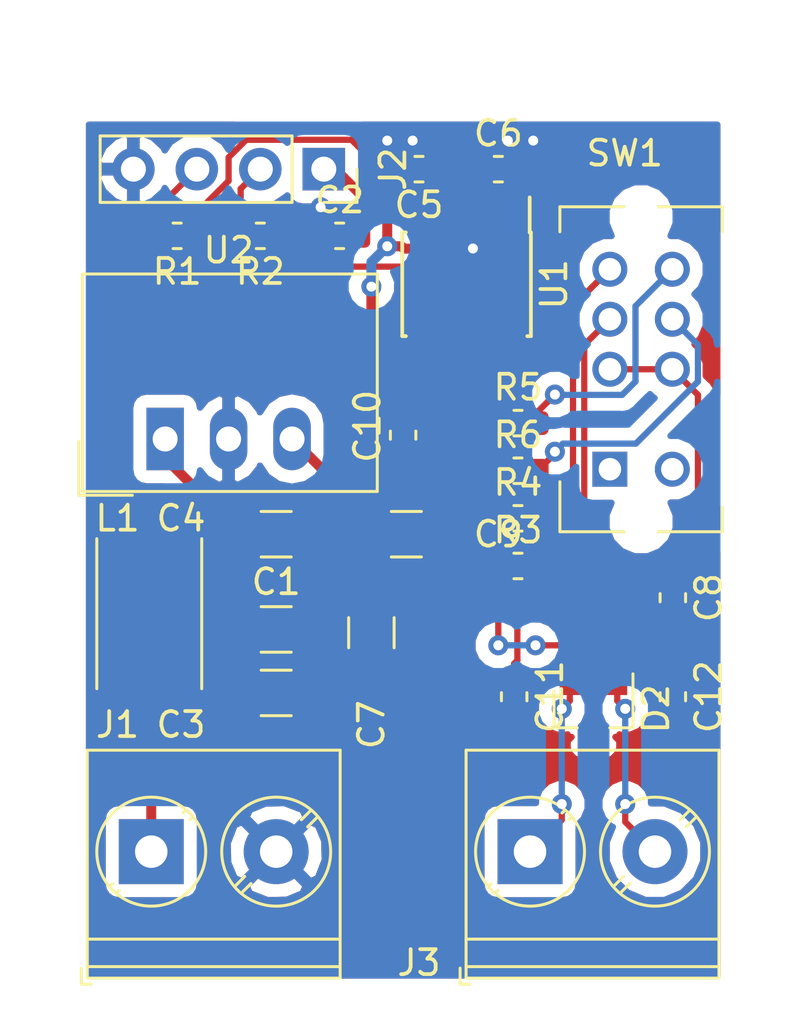
<source format=kicad_pcb>
(kicad_pcb (version 20171130) (host pcbnew 6.0.0-rc1-unknown-01c5bdf~65~ubuntu18.04.1)

  (general
    (thickness 1.6)
    (drawings 0)
    (tracks 130)
    (zones 0)
    (modules 26)
    (nets 20)
  )

  (page A4)
  (layers
    (0 F.Cu signal)
    (31 B.Cu signal)
    (32 B.Adhes user)
    (33 F.Adhes user)
    (34 B.Paste user)
    (35 F.Paste user)
    (36 B.SilkS user)
    (37 F.SilkS user)
    (38 B.Mask user)
    (39 F.Mask user)
    (40 Dwgs.User user)
    (41 Cmts.User user)
    (42 Eco1.User user)
    (43 Eco2.User user)
    (44 Edge.Cuts user)
    (45 Margin user)
    (46 B.CrtYd user)
    (47 F.CrtYd user)
    (48 B.Fab user)
    (49 F.Fab user)
  )

  (setup
    (last_trace_width 0.25)
    (trace_clearance 0.2)
    (zone_clearance 0.508)
    (zone_45_only no)
    (trace_min 0.2)
    (segment_width 0.2)
    (edge_width 0.15)
    (via_size 0.8)
    (via_drill 0.4)
    (via_min_size 0.4)
    (via_min_drill 0.3)
    (uvia_size 0.3)
    (uvia_drill 0.1)
    (uvias_allowed no)
    (uvia_min_size 0.2)
    (uvia_min_drill 0.1)
    (pcb_text_width 0.3)
    (pcb_text_size 1.5 1.5)
    (mod_edge_width 0.15)
    (mod_text_size 1 1)
    (mod_text_width 0.15)
    (pad_size 1.524 1.524)
    (pad_drill 0.762)
    (pad_to_mask_clearance 0.2)
    (aux_axis_origin 0 0)
    (visible_elements FFFFFF7F)
    (pcbplotparams
      (layerselection 0x010fc_ffffffff)
      (usegerberextensions false)
      (usegerberattributes false)
      (usegerberadvancedattributes false)
      (creategerberjobfile false)
      (excludeedgelayer true)
      (linewidth 0.100000)
      (plotframeref false)
      (viasonmask false)
      (mode 1)
      (useauxorigin false)
      (hpglpennumber 1)
      (hpglpenspeed 20)
      (hpglpendiameter 15.000000)
      (psnegative false)
      (psa4output false)
      (plotreference true)
      (plotvalue true)
      (plotinvisibletext false)
      (padsonsilk false)
      (subtractmaskfromsilk false)
      (outputformat 1)
      (mirror false)
      (drillshape 1)
      (scaleselection 1)
      (outputdirectory ""))
  )

  (net 0 "")
  (net 1 GND)
  (net 2 "Net-(C2-Pad1)")
  (net 3 +3V3)
  (net 4 "Net-(C8-Pad1)")
  (net 5 /CANTX)
  (net 6 /CANRX)
  (net 7 "Net-(R1-Pad1)")
  (net 8 "Net-(R3-Pad2)")
  (net 9 "Net-(R4-Pad2)")
  (net 10 "Net-(R5-Pad2)")
  (net 11 "Net-(R6-Pad2)")
  (net 12 "Net-(SW1-Pad1)")
  (net 13 "Net-(SW1-Pad5)")
  (net 14 "Net-(U1-Pad5)")
  (net 15 "Net-(U1-Pad8)")
  (net 16 /CANH)
  (net 17 /CANL)
  (net 18 /Vin)
  (net 19 /VinF)

  (net_class Default "This is the default net class."
    (clearance 0.2)
    (trace_width 0.25)
    (via_dia 0.8)
    (via_drill 0.4)
    (uvia_dia 0.3)
    (uvia_drill 0.1)
    (add_net /CANH)
    (add_net /CANL)
    (add_net /CANRX)
    (add_net /CANTX)
    (add_net "Net-(C2-Pad1)")
    (add_net "Net-(C8-Pad1)")
    (add_net "Net-(R1-Pad1)")
    (add_net "Net-(R3-Pad2)")
    (add_net "Net-(R4-Pad2)")
    (add_net "Net-(R5-Pad2)")
    (add_net "Net-(R6-Pad2)")
    (add_net "Net-(SW1-Pad1)")
    (add_net "Net-(SW1-Pad5)")
    (add_net "Net-(U1-Pad5)")
    (add_net "Net-(U1-Pad8)")
  )

  (net_class Power ""
    (clearance 0.2)
    (trace_width 0.4)
    (via_dia 0.8)
    (via_drill 0.4)
    (uvia_dia 0.3)
    (uvia_drill 0.1)
    (add_net +3V3)
    (add_net /Vin)
    (add_net /VinF)
    (add_net GND)
  )

  (module Capacitor_SMD:C_1206_3216Metric (layer F.Cu) (tedit 5B301BBE) (tstamp 5B6E01EA)
    (at 50.8 67.31)
    (descr "Capacitor SMD 1206 (3216 Metric), square (rectangular) end terminal, IPC_7351 nominal, (Body size source: http://www.tortai-tech.com/upload/download/2011102023233369053.pdf), generated with kicad-footprint-generator")
    (tags capacitor)
    (path /5AFD2AD4)
    (attr smd)
    (fp_text reference C1 (at 0 -1.905) (layer F.SilkS)
      (effects (font (size 1 1) (thickness 0.15)))
    )
    (fp_text value 2.2u (at 0 1.82) (layer F.Fab)
      (effects (font (size 1 1) (thickness 0.15)))
    )
    (fp_line (start -1.6 0.8) (end -1.6 -0.8) (layer F.Fab) (width 0.1))
    (fp_line (start -1.6 -0.8) (end 1.6 -0.8) (layer F.Fab) (width 0.1))
    (fp_line (start 1.6 -0.8) (end 1.6 0.8) (layer F.Fab) (width 0.1))
    (fp_line (start 1.6 0.8) (end -1.6 0.8) (layer F.Fab) (width 0.1))
    (fp_line (start -0.602064 -0.91) (end 0.602064 -0.91) (layer F.SilkS) (width 0.12))
    (fp_line (start -0.602064 0.91) (end 0.602064 0.91) (layer F.SilkS) (width 0.12))
    (fp_line (start -2.28 1.12) (end -2.28 -1.12) (layer F.CrtYd) (width 0.05))
    (fp_line (start -2.28 -1.12) (end 2.28 -1.12) (layer F.CrtYd) (width 0.05))
    (fp_line (start 2.28 -1.12) (end 2.28 1.12) (layer F.CrtYd) (width 0.05))
    (fp_line (start 2.28 1.12) (end -2.28 1.12) (layer F.CrtYd) (width 0.05))
    (fp_text user %R (at 0 0) (layer F.Fab)
      (effects (font (size 0.8 0.8) (thickness 0.12)))
    )
    (pad 1 smd roundrect (at -1.4 0) (size 1.25 1.75) (layers F.Cu F.Paste F.Mask) (roundrect_rratio 0.2)
      (net 18 /Vin))
    (pad 2 smd roundrect (at 1.4 0) (size 1.25 1.75) (layers F.Cu F.Paste F.Mask) (roundrect_rratio 0.2)
      (net 1 GND))
    (model ${KISYS3DMOD}/Capacitor_SMD.3dshapes/C_1206_3216Metric.wrl
      (at (xyz 0 0 0))
      (scale (xyz 1 1 1))
      (rotate (xyz 0 0 0))
    )
  )

  (module Capacitor_SMD:C_0603_1608Metric (layer F.Cu) (tedit 5B301BBE) (tstamp 5B6E4EBD)
    (at 53.34 51.562)
    (descr "Capacitor SMD 0603 (1608 Metric), square (rectangular) end terminal, IPC_7351 nominal, (Body size source: http://www.tortai-tech.com/upload/download/2011102023233369053.pdf), generated with kicad-footprint-generator")
    (tags capacitor)
    (path /5AF5E32D)
    (attr smd)
    (fp_text reference C2 (at 0 -1.43) (layer F.SilkS)
      (effects (font (size 1 1) (thickness 0.15)))
    )
    (fp_text value 47p (at 0 1.43) (layer F.Fab)
      (effects (font (size 1 1) (thickness 0.15)))
    )
    (fp_text user %R (at 0 0) (layer F.Fab)
      (effects (font (size 0.4 0.4) (thickness 0.06)))
    )
    (fp_line (start 1.48 0.73) (end -1.48 0.73) (layer F.CrtYd) (width 0.05))
    (fp_line (start 1.48 -0.73) (end 1.48 0.73) (layer F.CrtYd) (width 0.05))
    (fp_line (start -1.48 -0.73) (end 1.48 -0.73) (layer F.CrtYd) (width 0.05))
    (fp_line (start -1.48 0.73) (end -1.48 -0.73) (layer F.CrtYd) (width 0.05))
    (fp_line (start -0.162779 0.51) (end 0.162779 0.51) (layer F.SilkS) (width 0.12))
    (fp_line (start -0.162779 -0.51) (end 0.162779 -0.51) (layer F.SilkS) (width 0.12))
    (fp_line (start 0.8 0.4) (end -0.8 0.4) (layer F.Fab) (width 0.1))
    (fp_line (start 0.8 -0.4) (end 0.8 0.4) (layer F.Fab) (width 0.1))
    (fp_line (start -0.8 -0.4) (end 0.8 -0.4) (layer F.Fab) (width 0.1))
    (fp_line (start -0.8 0.4) (end -0.8 -0.4) (layer F.Fab) (width 0.1))
    (pad 2 smd roundrect (at 0.7875 0) (size 0.875 0.95) (layers F.Cu F.Paste F.Mask) (roundrect_rratio 0.25)
      (net 1 GND))
    (pad 1 smd roundrect (at -0.7875 0) (size 0.875 0.95) (layers F.Cu F.Paste F.Mask) (roundrect_rratio 0.25)
      (net 2 "Net-(C2-Pad1)"))
    (model ${KISYS3DMOD}/Capacitor_SMD.3dshapes/C_0603_1608Metric.wrl
      (at (xyz 0 0 0))
      (scale (xyz 1 1 1))
      (rotate (xyz 0 0 0))
    )
  )

  (module Capacitor_SMD:C_1206_3216Metric (layer F.Cu) (tedit 5B301BBE) (tstamp 5B6E020C)
    (at 50.8 69.85)
    (descr "Capacitor SMD 1206 (3216 Metric), square (rectangular) end terminal, IPC_7351 nominal, (Body size source: http://www.tortai-tech.com/upload/download/2011102023233369053.pdf), generated with kicad-footprint-generator")
    (tags capacitor)
    (path /5AF59294)
    (attr smd)
    (fp_text reference C3 (at -3.81 1.27 180) (layer F.SilkS)
      (effects (font (size 1 1) (thickness 0.15)))
    )
    (fp_text value 10u (at 0 1.82) (layer F.Fab)
      (effects (font (size 1 1) (thickness 0.15)))
    )
    (fp_line (start -1.6 0.8) (end -1.6 -0.8) (layer F.Fab) (width 0.1))
    (fp_line (start -1.6 -0.8) (end 1.6 -0.8) (layer F.Fab) (width 0.1))
    (fp_line (start 1.6 -0.8) (end 1.6 0.8) (layer F.Fab) (width 0.1))
    (fp_line (start 1.6 0.8) (end -1.6 0.8) (layer F.Fab) (width 0.1))
    (fp_line (start -0.602064 -0.91) (end 0.602064 -0.91) (layer F.SilkS) (width 0.12))
    (fp_line (start -0.602064 0.91) (end 0.602064 0.91) (layer F.SilkS) (width 0.12))
    (fp_line (start -2.28 1.12) (end -2.28 -1.12) (layer F.CrtYd) (width 0.05))
    (fp_line (start -2.28 -1.12) (end 2.28 -1.12) (layer F.CrtYd) (width 0.05))
    (fp_line (start 2.28 -1.12) (end 2.28 1.12) (layer F.CrtYd) (width 0.05))
    (fp_line (start 2.28 1.12) (end -2.28 1.12) (layer F.CrtYd) (width 0.05))
    (fp_text user %R (at 0 0) (layer F.Fab)
      (effects (font (size 0.8 0.8) (thickness 0.12)))
    )
    (pad 1 smd roundrect (at -1.4 0) (size 1.25 1.75) (layers F.Cu F.Paste F.Mask) (roundrect_rratio 0.2)
      (net 18 /Vin))
    (pad 2 smd roundrect (at 1.4 0) (size 1.25 1.75) (layers F.Cu F.Paste F.Mask) (roundrect_rratio 0.2)
      (net 1 GND))
    (model ${KISYS3DMOD}/Capacitor_SMD.3dshapes/C_1206_3216Metric.wrl
      (at (xyz 0 0 0))
      (scale (xyz 1 1 1))
      (rotate (xyz 0 0 0))
    )
  )

  (module Capacitor_SMD:C_1206_3216Metric (layer F.Cu) (tedit 5B301BBE) (tstamp 5B6E021D)
    (at 50.8 63.5)
    (descr "Capacitor SMD 1206 (3216 Metric), square (rectangular) end terminal, IPC_7351 nominal, (Body size source: http://www.tortai-tech.com/upload/download/2011102023233369053.pdf), generated with kicad-footprint-generator")
    (tags capacitor)
    (path /5AF59183)
    (attr smd)
    (fp_text reference C4 (at -3.81 -0.635 180) (layer F.SilkS)
      (effects (font (size 1 1) (thickness 0.15)))
    )
    (fp_text value 10u (at 0 1.82) (layer F.Fab)
      (effects (font (size 1 1) (thickness 0.15)))
    )
    (fp_line (start -1.6 0.8) (end -1.6 -0.8) (layer F.Fab) (width 0.1))
    (fp_line (start -1.6 -0.8) (end 1.6 -0.8) (layer F.Fab) (width 0.1))
    (fp_line (start 1.6 -0.8) (end 1.6 0.8) (layer F.Fab) (width 0.1))
    (fp_line (start 1.6 0.8) (end -1.6 0.8) (layer F.Fab) (width 0.1))
    (fp_line (start -0.602064 -0.91) (end 0.602064 -0.91) (layer F.SilkS) (width 0.12))
    (fp_line (start -0.602064 0.91) (end 0.602064 0.91) (layer F.SilkS) (width 0.12))
    (fp_line (start -2.28 1.12) (end -2.28 -1.12) (layer F.CrtYd) (width 0.05))
    (fp_line (start -2.28 -1.12) (end 2.28 -1.12) (layer F.CrtYd) (width 0.05))
    (fp_line (start 2.28 -1.12) (end 2.28 1.12) (layer F.CrtYd) (width 0.05))
    (fp_line (start 2.28 1.12) (end -2.28 1.12) (layer F.CrtYd) (width 0.05))
    (fp_text user %R (at 0 0) (layer F.Fab)
      (effects (font (size 0.8 0.8) (thickness 0.12)))
    )
    (pad 1 smd roundrect (at -1.4 0) (size 1.25 1.75) (layers F.Cu F.Paste F.Mask) (roundrect_rratio 0.2)
      (net 19 /VinF))
    (pad 2 smd roundrect (at 1.4 0) (size 1.25 1.75) (layers F.Cu F.Paste F.Mask) (roundrect_rratio 0.2)
      (net 1 GND))
    (model ${KISYS3DMOD}/Capacitor_SMD.3dshapes/C_1206_3216Metric.wrl
      (at (xyz 0 0 0))
      (scale (xyz 1 1 1))
      (rotate (xyz 0 0 0))
    )
  )

  (module Capacitor_SMD:C_0603_1608Metric (layer F.Cu) (tedit 5B301BBE) (tstamp 5B6E022E)
    (at 56.515 48.895 180)
    (descr "Capacitor SMD 0603 (1608 Metric), square (rectangular) end terminal, IPC_7351 nominal, (Body size source: http://www.tortai-tech.com/upload/download/2011102023233369053.pdf), generated with kicad-footprint-generator")
    (tags capacitor)
    (path /5AF7A3E7)
    (attr smd)
    (fp_text reference C5 (at 0 -1.43 180) (layer F.SilkS)
      (effects (font (size 1 1) (thickness 0.15)))
    )
    (fp_text value 47n (at 0 1.43 180) (layer F.Fab)
      (effects (font (size 1 1) (thickness 0.15)))
    )
    (fp_line (start -0.8 0.4) (end -0.8 -0.4) (layer F.Fab) (width 0.1))
    (fp_line (start -0.8 -0.4) (end 0.8 -0.4) (layer F.Fab) (width 0.1))
    (fp_line (start 0.8 -0.4) (end 0.8 0.4) (layer F.Fab) (width 0.1))
    (fp_line (start 0.8 0.4) (end -0.8 0.4) (layer F.Fab) (width 0.1))
    (fp_line (start -0.162779 -0.51) (end 0.162779 -0.51) (layer F.SilkS) (width 0.12))
    (fp_line (start -0.162779 0.51) (end 0.162779 0.51) (layer F.SilkS) (width 0.12))
    (fp_line (start -1.48 0.73) (end -1.48 -0.73) (layer F.CrtYd) (width 0.05))
    (fp_line (start -1.48 -0.73) (end 1.48 -0.73) (layer F.CrtYd) (width 0.05))
    (fp_line (start 1.48 -0.73) (end 1.48 0.73) (layer F.CrtYd) (width 0.05))
    (fp_line (start 1.48 0.73) (end -1.48 0.73) (layer F.CrtYd) (width 0.05))
    (fp_text user %R (at 0 0 180) (layer F.Fab)
      (effects (font (size 0.4 0.4) (thickness 0.06)))
    )
    (pad 1 smd roundrect (at -0.7875 0 180) (size 0.875 0.95) (layers F.Cu F.Paste F.Mask) (roundrect_rratio 0.25)
      (net 3 +3V3))
    (pad 2 smd roundrect (at 0.7875 0 180) (size 0.875 0.95) (layers F.Cu F.Paste F.Mask) (roundrect_rratio 0.25)
      (net 1 GND))
    (model ${KISYS3DMOD}/Capacitor_SMD.3dshapes/C_0603_1608Metric.wrl
      (at (xyz 0 0 0))
      (scale (xyz 1 1 1))
      (rotate (xyz 0 0 0))
    )
  )

  (module Capacitor_SMD:C_0603_1608Metric (layer F.Cu) (tedit 5B301BBE) (tstamp 5B6E023F)
    (at 59.69 48.895)
    (descr "Capacitor SMD 0603 (1608 Metric), square (rectangular) end terminal, IPC_7351 nominal, (Body size source: http://www.tortai-tech.com/upload/download/2011102023233369053.pdf), generated with kicad-footprint-generator")
    (tags capacitor)
    (path /5AF7A4EB)
    (attr smd)
    (fp_text reference C6 (at 0 -1.43) (layer F.SilkS)
      (effects (font (size 1 1) (thickness 0.15)))
    )
    (fp_text value 470n (at 0 1.43) (layer F.Fab)
      (effects (font (size 1 1) (thickness 0.15)))
    )
    (fp_text user %R (at 0 0) (layer F.Fab)
      (effects (font (size 0.4 0.4) (thickness 0.06)))
    )
    (fp_line (start 1.48 0.73) (end -1.48 0.73) (layer F.CrtYd) (width 0.05))
    (fp_line (start 1.48 -0.73) (end 1.48 0.73) (layer F.CrtYd) (width 0.05))
    (fp_line (start -1.48 -0.73) (end 1.48 -0.73) (layer F.CrtYd) (width 0.05))
    (fp_line (start -1.48 0.73) (end -1.48 -0.73) (layer F.CrtYd) (width 0.05))
    (fp_line (start -0.162779 0.51) (end 0.162779 0.51) (layer F.SilkS) (width 0.12))
    (fp_line (start -0.162779 -0.51) (end 0.162779 -0.51) (layer F.SilkS) (width 0.12))
    (fp_line (start 0.8 0.4) (end -0.8 0.4) (layer F.Fab) (width 0.1))
    (fp_line (start 0.8 -0.4) (end 0.8 0.4) (layer F.Fab) (width 0.1))
    (fp_line (start -0.8 -0.4) (end 0.8 -0.4) (layer F.Fab) (width 0.1))
    (fp_line (start -0.8 0.4) (end -0.8 -0.4) (layer F.Fab) (width 0.1))
    (pad 2 smd roundrect (at 0.7875 0) (size 0.875 0.95) (layers F.Cu F.Paste F.Mask) (roundrect_rratio 0.25)
      (net 1 GND))
    (pad 1 smd roundrect (at -0.7875 0) (size 0.875 0.95) (layers F.Cu F.Paste F.Mask) (roundrect_rratio 0.25)
      (net 3 +3V3))
    (model ${KISYS3DMOD}/Capacitor_SMD.3dshapes/C_0603_1608Metric.wrl
      (at (xyz 0 0 0))
      (scale (xyz 1 1 1))
      (rotate (xyz 0 0 0))
    )
  )

  (module Capacitor_SMD:C_1206_3216Metric (layer F.Cu) (tedit 5B301BBE) (tstamp 5B6E0250)
    (at 54.61 67.44 270)
    (descr "Capacitor SMD 1206 (3216 Metric), square (rectangular) end terminal, IPC_7351 nominal, (Body size source: http://www.tortai-tech.com/upload/download/2011102023233369053.pdf), generated with kicad-footprint-generator")
    (tags capacitor)
    (path /5AF59995)
    (attr smd)
    (fp_text reference C7 (at 3.68 0 270) (layer F.SilkS)
      (effects (font (size 1 1) (thickness 0.15)))
    )
    (fp_text value 10u (at 0 1.82 270) (layer F.Fab)
      (effects (font (size 1 1) (thickness 0.15)))
    )
    (fp_text user %R (at 0 0 270) (layer F.Fab)
      (effects (font (size 0.8 0.8) (thickness 0.12)))
    )
    (fp_line (start 2.28 1.12) (end -2.28 1.12) (layer F.CrtYd) (width 0.05))
    (fp_line (start 2.28 -1.12) (end 2.28 1.12) (layer F.CrtYd) (width 0.05))
    (fp_line (start -2.28 -1.12) (end 2.28 -1.12) (layer F.CrtYd) (width 0.05))
    (fp_line (start -2.28 1.12) (end -2.28 -1.12) (layer F.CrtYd) (width 0.05))
    (fp_line (start -0.602064 0.91) (end 0.602064 0.91) (layer F.SilkS) (width 0.12))
    (fp_line (start -0.602064 -0.91) (end 0.602064 -0.91) (layer F.SilkS) (width 0.12))
    (fp_line (start 1.6 0.8) (end -1.6 0.8) (layer F.Fab) (width 0.1))
    (fp_line (start 1.6 -0.8) (end 1.6 0.8) (layer F.Fab) (width 0.1))
    (fp_line (start -1.6 -0.8) (end 1.6 -0.8) (layer F.Fab) (width 0.1))
    (fp_line (start -1.6 0.8) (end -1.6 -0.8) (layer F.Fab) (width 0.1))
    (pad 2 smd roundrect (at 1.4 0 270) (size 1.25 1.75) (layers F.Cu F.Paste F.Mask) (roundrect_rratio 0.2)
      (net 1 GND))
    (pad 1 smd roundrect (at -1.4 0 270) (size 1.25 1.75) (layers F.Cu F.Paste F.Mask) (roundrect_rratio 0.2)
      (net 3 +3V3))
    (model ${KISYS3DMOD}/Capacitor_SMD.3dshapes/C_1206_3216Metric.wrl
      (at (xyz 0 0 0))
      (scale (xyz 1 1 1))
      (rotate (xyz 0 0 0))
    )
  )

  (module Capacitor_SMD:C_0603_1608Metric (layer F.Cu) (tedit 5B301BBE) (tstamp 5B6E0261)
    (at 66.675 66.04 270)
    (descr "Capacitor SMD 0603 (1608 Metric), square (rectangular) end terminal, IPC_7351 nominal, (Body size source: http://www.tortai-tech.com/upload/download/2011102023233369053.pdf), generated with kicad-footprint-generator")
    (tags capacitor)
    (path /5AF6D0E9)
    (attr smd)
    (fp_text reference C8 (at 0 -1.43 270) (layer F.SilkS)
      (effects (font (size 1 1) (thickness 0.15)))
    )
    (fp_text value 47n (at 0 1.43 270) (layer F.Fab)
      (effects (font (size 1 1) (thickness 0.15)))
    )
    (fp_line (start -0.8 0.4) (end -0.8 -0.4) (layer F.Fab) (width 0.1))
    (fp_line (start -0.8 -0.4) (end 0.8 -0.4) (layer F.Fab) (width 0.1))
    (fp_line (start 0.8 -0.4) (end 0.8 0.4) (layer F.Fab) (width 0.1))
    (fp_line (start 0.8 0.4) (end -0.8 0.4) (layer F.Fab) (width 0.1))
    (fp_line (start -0.162779 -0.51) (end 0.162779 -0.51) (layer F.SilkS) (width 0.12))
    (fp_line (start -0.162779 0.51) (end 0.162779 0.51) (layer F.SilkS) (width 0.12))
    (fp_line (start -1.48 0.73) (end -1.48 -0.73) (layer F.CrtYd) (width 0.05))
    (fp_line (start -1.48 -0.73) (end 1.48 -0.73) (layer F.CrtYd) (width 0.05))
    (fp_line (start 1.48 -0.73) (end 1.48 0.73) (layer F.CrtYd) (width 0.05))
    (fp_line (start 1.48 0.73) (end -1.48 0.73) (layer F.CrtYd) (width 0.05))
    (fp_text user %R (at 0 0 270) (layer F.Fab)
      (effects (font (size 0.4 0.4) (thickness 0.06)))
    )
    (pad 1 smd roundrect (at -0.7875 0 270) (size 0.875 0.95) (layers F.Cu F.Paste F.Mask) (roundrect_rratio 0.25)
      (net 4 "Net-(C8-Pad1)"))
    (pad 2 smd roundrect (at 0.7875 0 270) (size 0.875 0.95) (layers F.Cu F.Paste F.Mask) (roundrect_rratio 0.25)
      (net 1 GND))
    (model ${KISYS3DMOD}/Capacitor_SMD.3dshapes/C_0603_1608Metric.wrl
      (at (xyz 0 0 0))
      (scale (xyz 1 1 1))
      (rotate (xyz 0 0 0))
    )
  )

  (module Capacitor_SMD:C_1206_3216Metric (layer F.Cu) (tedit 5B301BBE) (tstamp 5B6E0272)
    (at 56.01 63.5)
    (descr "Capacitor SMD 1206 (3216 Metric), square (rectangular) end terminal, IPC_7351 nominal, (Body size source: http://www.tortai-tech.com/upload/download/2011102023233369053.pdf), generated with kicad-footprint-generator")
    (tags capacitor)
    (path /5AFDE3DB)
    (attr smd)
    (fp_text reference C9 (at 3.68 0) (layer F.SilkS)
      (effects (font (size 1 1) (thickness 0.15)))
    )
    (fp_text value 2.2u (at 0 1.82) (layer F.Fab)
      (effects (font (size 1 1) (thickness 0.15)))
    )
    (fp_text user %R (at 0 0) (layer F.Fab)
      (effects (font (size 0.8 0.8) (thickness 0.12)))
    )
    (fp_line (start 2.28 1.12) (end -2.28 1.12) (layer F.CrtYd) (width 0.05))
    (fp_line (start 2.28 -1.12) (end 2.28 1.12) (layer F.CrtYd) (width 0.05))
    (fp_line (start -2.28 -1.12) (end 2.28 -1.12) (layer F.CrtYd) (width 0.05))
    (fp_line (start -2.28 1.12) (end -2.28 -1.12) (layer F.CrtYd) (width 0.05))
    (fp_line (start -0.602064 0.91) (end 0.602064 0.91) (layer F.SilkS) (width 0.12))
    (fp_line (start -0.602064 -0.91) (end 0.602064 -0.91) (layer F.SilkS) (width 0.12))
    (fp_line (start 1.6 0.8) (end -1.6 0.8) (layer F.Fab) (width 0.1))
    (fp_line (start 1.6 -0.8) (end 1.6 0.8) (layer F.Fab) (width 0.1))
    (fp_line (start -1.6 -0.8) (end 1.6 -0.8) (layer F.Fab) (width 0.1))
    (fp_line (start -1.6 0.8) (end -1.6 -0.8) (layer F.Fab) (width 0.1))
    (pad 2 smd roundrect (at 1.4 0) (size 1.25 1.75) (layers F.Cu F.Paste F.Mask) (roundrect_rratio 0.2)
      (net 1 GND))
    (pad 1 smd roundrect (at -1.4 0) (size 1.25 1.75) (layers F.Cu F.Paste F.Mask) (roundrect_rratio 0.2)
      (net 3 +3V3))
    (model ${KISYS3DMOD}/Capacitor_SMD.3dshapes/C_1206_3216Metric.wrl
      (at (xyz 0 0 0))
      (scale (xyz 1 1 1))
      (rotate (xyz 0 0 0))
    )
  )

  (module Capacitor_SMD:C_0603_1608Metric (layer F.Cu) (tedit 5B301BBE) (tstamp 5B6E0283)
    (at 55.88 59.5375 90)
    (descr "Capacitor SMD 0603 (1608 Metric), square (rectangular) end terminal, IPC_7351 nominal, (Body size source: http://www.tortai-tech.com/upload/download/2011102023233369053.pdf), generated with kicad-footprint-generator")
    (tags capacitor)
    (path /5AF837ED)
    (attr smd)
    (fp_text reference C10 (at 0.3555 -1.43 90) (layer F.SilkS)
      (effects (font (size 1 1) (thickness 0.15)))
    )
    (fp_text value 470n (at 0 1.43 90) (layer F.Fab)
      (effects (font (size 1 1) (thickness 0.15)))
    )
    (fp_line (start -0.8 0.4) (end -0.8 -0.4) (layer F.Fab) (width 0.1))
    (fp_line (start -0.8 -0.4) (end 0.8 -0.4) (layer F.Fab) (width 0.1))
    (fp_line (start 0.8 -0.4) (end 0.8 0.4) (layer F.Fab) (width 0.1))
    (fp_line (start 0.8 0.4) (end -0.8 0.4) (layer F.Fab) (width 0.1))
    (fp_line (start -0.162779 -0.51) (end 0.162779 -0.51) (layer F.SilkS) (width 0.12))
    (fp_line (start -0.162779 0.51) (end 0.162779 0.51) (layer F.SilkS) (width 0.12))
    (fp_line (start -1.48 0.73) (end -1.48 -0.73) (layer F.CrtYd) (width 0.05))
    (fp_line (start -1.48 -0.73) (end 1.48 -0.73) (layer F.CrtYd) (width 0.05))
    (fp_line (start 1.48 -0.73) (end 1.48 0.73) (layer F.CrtYd) (width 0.05))
    (fp_line (start 1.48 0.73) (end -1.48 0.73) (layer F.CrtYd) (width 0.05))
    (fp_text user %R (at 0 0 90) (layer F.Fab)
      (effects (font (size 0.4 0.4) (thickness 0.06)))
    )
    (pad 1 smd roundrect (at -0.7875 0 90) (size 0.875 0.95) (layers F.Cu F.Paste F.Mask) (roundrect_rratio 0.25)
      (net 3 +3V3))
    (pad 2 smd roundrect (at 0.7875 0 90) (size 0.875 0.95) (layers F.Cu F.Paste F.Mask) (roundrect_rratio 0.25)
      (net 1 GND))
    (model ${KISYS3DMOD}/Capacitor_SMD.3dshapes/C_0603_1608Metric.wrl
      (at (xyz 0 0 0))
      (scale (xyz 1 1 1))
      (rotate (xyz 0 0 0))
    )
  )

  (module Capacitor_SMD:C_0603_1608Metric (layer F.Cu) (tedit 5B301BBE) (tstamp 5B6E0294)
    (at 60.325 70.0025 270)
    (descr "Capacitor SMD 0603 (1608 Metric), square (rectangular) end terminal, IPC_7351 nominal, (Body size source: http://www.tortai-tech.com/upload/download/2011102023233369053.pdf), generated with kicad-footprint-generator")
    (tags capacitor)
    (path /5AF5BAE0)
    (attr smd)
    (fp_text reference C11 (at 0 -1.43 270) (layer F.SilkS)
      (effects (font (size 1 1) (thickness 0.15)))
    )
    (fp_text value 47p (at 0 1.43 270) (layer F.Fab)
      (effects (font (size 1 1) (thickness 0.15)))
    )
    (fp_text user %R (at 0 0 270) (layer F.Fab)
      (effects (font (size 0.4 0.4) (thickness 0.06)))
    )
    (fp_line (start 1.48 0.73) (end -1.48 0.73) (layer F.CrtYd) (width 0.05))
    (fp_line (start 1.48 -0.73) (end 1.48 0.73) (layer F.CrtYd) (width 0.05))
    (fp_line (start -1.48 -0.73) (end 1.48 -0.73) (layer F.CrtYd) (width 0.05))
    (fp_line (start -1.48 0.73) (end -1.48 -0.73) (layer F.CrtYd) (width 0.05))
    (fp_line (start -0.162779 0.51) (end 0.162779 0.51) (layer F.SilkS) (width 0.12))
    (fp_line (start -0.162779 -0.51) (end 0.162779 -0.51) (layer F.SilkS) (width 0.12))
    (fp_line (start 0.8 0.4) (end -0.8 0.4) (layer F.Fab) (width 0.1))
    (fp_line (start 0.8 -0.4) (end 0.8 0.4) (layer F.Fab) (width 0.1))
    (fp_line (start -0.8 -0.4) (end 0.8 -0.4) (layer F.Fab) (width 0.1))
    (fp_line (start -0.8 0.4) (end -0.8 -0.4) (layer F.Fab) (width 0.1))
    (pad 2 smd roundrect (at 0.7875 0 270) (size 0.875 0.95) (layers F.Cu F.Paste F.Mask) (roundrect_rratio 0.25)
      (net 1 GND))
    (pad 1 smd roundrect (at -0.7875 0 270) (size 0.875 0.95) (layers F.Cu F.Paste F.Mask) (roundrect_rratio 0.25)
      (net 16 /CANH))
    (model ${KISYS3DMOD}/Capacitor_SMD.3dshapes/C_0603_1608Metric.wrl
      (at (xyz 0 0 0))
      (scale (xyz 1 1 1))
      (rotate (xyz 0 0 0))
    )
  )

  (module Capacitor_SMD:C_0603_1608Metric (layer F.Cu) (tedit 5B301BBE) (tstamp 5B6E02A5)
    (at 66.675 70.0025 270)
    (descr "Capacitor SMD 0603 (1608 Metric), square (rectangular) end terminal, IPC_7351 nominal, (Body size source: http://www.tortai-tech.com/upload/download/2011102023233369053.pdf), generated with kicad-footprint-generator")
    (tags capacitor)
    (path /5AF5B6EF)
    (attr smd)
    (fp_text reference C12 (at 0 -1.43 270) (layer F.SilkS)
      (effects (font (size 1 1) (thickness 0.15)))
    )
    (fp_text value 47p (at 0 1.43 270) (layer F.Fab)
      (effects (font (size 1 1) (thickness 0.15)))
    )
    (fp_line (start -0.8 0.4) (end -0.8 -0.4) (layer F.Fab) (width 0.1))
    (fp_line (start -0.8 -0.4) (end 0.8 -0.4) (layer F.Fab) (width 0.1))
    (fp_line (start 0.8 -0.4) (end 0.8 0.4) (layer F.Fab) (width 0.1))
    (fp_line (start 0.8 0.4) (end -0.8 0.4) (layer F.Fab) (width 0.1))
    (fp_line (start -0.162779 -0.51) (end 0.162779 -0.51) (layer F.SilkS) (width 0.12))
    (fp_line (start -0.162779 0.51) (end 0.162779 0.51) (layer F.SilkS) (width 0.12))
    (fp_line (start -1.48 0.73) (end -1.48 -0.73) (layer F.CrtYd) (width 0.05))
    (fp_line (start -1.48 -0.73) (end 1.48 -0.73) (layer F.CrtYd) (width 0.05))
    (fp_line (start 1.48 -0.73) (end 1.48 0.73) (layer F.CrtYd) (width 0.05))
    (fp_line (start 1.48 0.73) (end -1.48 0.73) (layer F.CrtYd) (width 0.05))
    (fp_text user %R (at 0 0 270) (layer F.Fab)
      (effects (font (size 0.4 0.4) (thickness 0.06)))
    )
    (pad 1 smd roundrect (at -0.7875 0 270) (size 0.875 0.95) (layers F.Cu F.Paste F.Mask) (roundrect_rratio 0.25)
      (net 17 /CANL))
    (pad 2 smd roundrect (at 0.7875 0 270) (size 0.875 0.95) (layers F.Cu F.Paste F.Mask) (roundrect_rratio 0.25)
      (net 1 GND))
    (model ${KISYS3DMOD}/Capacitor_SMD.3dshapes/C_0603_1608Metric.wrl
      (at (xyz 0 0 0))
      (scale (xyz 1 1 1))
      (rotate (xyz 0 0 0))
    )
  )

  (module Package_TO_SOT_SMD:SOT-23 (layer F.Cu) (tedit 5A02FF57) (tstamp 5B6E02BA)
    (at 63.5 70.485 270)
    (descr "SOT-23, Standard")
    (tags SOT-23)
    (path /5AF59DBC)
    (attr smd)
    (fp_text reference D2 (at 0 -2.5 270) (layer F.SilkS)
      (effects (font (size 1 1) (thickness 0.15)))
    )
    (fp_text value ESDCAN24-2BLY (at 0 2.5 270) (layer F.Fab)
      (effects (font (size 1 1) (thickness 0.15)))
    )
    (fp_text user %R (at 0 0) (layer F.Fab)
      (effects (font (size 0.5 0.5) (thickness 0.075)))
    )
    (fp_line (start -0.7 -0.95) (end -0.7 1.5) (layer F.Fab) (width 0.1))
    (fp_line (start -0.15 -1.52) (end 0.7 -1.52) (layer F.Fab) (width 0.1))
    (fp_line (start -0.7 -0.95) (end -0.15 -1.52) (layer F.Fab) (width 0.1))
    (fp_line (start 0.7 -1.52) (end 0.7 1.52) (layer F.Fab) (width 0.1))
    (fp_line (start -0.7 1.52) (end 0.7 1.52) (layer F.Fab) (width 0.1))
    (fp_line (start 0.76 1.58) (end 0.76 0.65) (layer F.SilkS) (width 0.12))
    (fp_line (start 0.76 -1.58) (end 0.76 -0.65) (layer F.SilkS) (width 0.12))
    (fp_line (start -1.7 -1.75) (end 1.7 -1.75) (layer F.CrtYd) (width 0.05))
    (fp_line (start 1.7 -1.75) (end 1.7 1.75) (layer F.CrtYd) (width 0.05))
    (fp_line (start 1.7 1.75) (end -1.7 1.75) (layer F.CrtYd) (width 0.05))
    (fp_line (start -1.7 1.75) (end -1.7 -1.75) (layer F.CrtYd) (width 0.05))
    (fp_line (start 0.76 -1.58) (end -1.4 -1.58) (layer F.SilkS) (width 0.12))
    (fp_line (start 0.76 1.58) (end -0.7 1.58) (layer F.SilkS) (width 0.12))
    (pad 1 smd rect (at -1 -0.95 270) (size 0.9 0.8) (layers F.Cu F.Paste F.Mask)
      (net 17 /CANL))
    (pad 2 smd rect (at -1 0.95 270) (size 0.9 0.8) (layers F.Cu F.Paste F.Mask)
      (net 16 /CANH))
    (pad 3 smd rect (at 1 0 270) (size 0.9 0.8) (layers F.Cu F.Paste F.Mask)
      (net 1 GND))
    (model ${KISYS3DMOD}/Package_TO_SOT_SMD.3dshapes/SOT-23.wrl
      (at (xyz 0 0 0))
      (scale (xyz 1 1 1))
      (rotate (xyz 0 0 0))
    )
  )

  (module TerminalBlock_Phoenix:TerminalBlock_Phoenix_PT-1,5-2-5.0-H_1x02_P5.00mm_Horizontal (layer F.Cu) (tedit 5B294F69) (tstamp 5B6E02E4)
    (at 45.8 76.2)
    (descr "Terminal Block Phoenix PT-1,5-2-5.0-H, 2 pins, pitch 5mm, size 10x9mm^2, drill diamater 1.3mm, pad diameter 2.6mm, see http://www.mouser.com/ds/2/324/ItemDetail_1935161-922578.pdf, script-generated using https://github.com/pointhi/kicad-footprint-generator/scripts/TerminalBlock_Phoenix")
    (tags "THT Terminal Block Phoenix PT-1,5-2-5.0-H pitch 5mm size 10x9mm^2 drill 1.3mm pad 2.6mm")
    (path /5AF59454)
    (fp_text reference J1 (at -1.35 -5.08) (layer F.SilkS)
      (effects (font (size 1 1) (thickness 0.15)))
    )
    (fp_text value Screw_Terminal_01x02 (at 2.5 6.06) (layer F.Fab)
      (effects (font (size 1 1) (thickness 0.15)))
    )
    (fp_circle (center 0 0) (end 2 0) (layer F.Fab) (width 0.1))
    (fp_circle (center 0 0) (end 2.18 0) (layer F.SilkS) (width 0.12))
    (fp_circle (center 5 0) (end 7 0) (layer F.Fab) (width 0.1))
    (fp_circle (center 5 0) (end 7.18 0) (layer F.SilkS) (width 0.12))
    (fp_line (start -2.5 -4) (end 7.5 -4) (layer F.Fab) (width 0.1))
    (fp_line (start 7.5 -4) (end 7.5 5) (layer F.Fab) (width 0.1))
    (fp_line (start 7.5 5) (end -2.1 5) (layer F.Fab) (width 0.1))
    (fp_line (start -2.1 5) (end -2.5 4.6) (layer F.Fab) (width 0.1))
    (fp_line (start -2.5 4.6) (end -2.5 -4) (layer F.Fab) (width 0.1))
    (fp_line (start -2.5 4.6) (end 7.5 4.6) (layer F.Fab) (width 0.1))
    (fp_line (start -2.56 4.6) (end 7.56 4.6) (layer F.SilkS) (width 0.12))
    (fp_line (start -2.5 3.5) (end 7.5 3.5) (layer F.Fab) (width 0.1))
    (fp_line (start -2.56 3.5) (end 7.56 3.5) (layer F.SilkS) (width 0.12))
    (fp_line (start -2.56 -4.06) (end 7.56 -4.06) (layer F.SilkS) (width 0.12))
    (fp_line (start -2.56 5.06) (end 7.56 5.06) (layer F.SilkS) (width 0.12))
    (fp_line (start -2.56 -4.06) (end -2.56 5.06) (layer F.SilkS) (width 0.12))
    (fp_line (start 7.56 -4.06) (end 7.56 5.06) (layer F.SilkS) (width 0.12))
    (fp_line (start 1.517 -1.273) (end -1.273 1.517) (layer F.Fab) (width 0.1))
    (fp_line (start 1.273 -1.517) (end -1.517 1.273) (layer F.Fab) (width 0.1))
    (fp_line (start 1.654 -1.388) (end 1.547 -1.281) (layer F.SilkS) (width 0.12))
    (fp_line (start -1.282 1.547) (end -1.388 1.654) (layer F.SilkS) (width 0.12))
    (fp_line (start 1.388 -1.654) (end 1.281 -1.547) (layer F.SilkS) (width 0.12))
    (fp_line (start -1.548 1.281) (end -1.654 1.388) (layer F.SilkS) (width 0.12))
    (fp_line (start 6.517 -1.273) (end 3.728 1.517) (layer F.Fab) (width 0.1))
    (fp_line (start 6.273 -1.517) (end 3.484 1.273) (layer F.Fab) (width 0.1))
    (fp_line (start 6.654 -1.388) (end 6.259 -0.992) (layer F.SilkS) (width 0.12))
    (fp_line (start 3.993 1.274) (end 3.613 1.654) (layer F.SilkS) (width 0.12))
    (fp_line (start 6.388 -1.654) (end 6.008 -1.274) (layer F.SilkS) (width 0.12))
    (fp_line (start 3.742 0.992) (end 3.347 1.388) (layer F.SilkS) (width 0.12))
    (fp_line (start -2.8 4.66) (end -2.8 5.3) (layer F.SilkS) (width 0.12))
    (fp_line (start -2.8 5.3) (end -2.4 5.3) (layer F.SilkS) (width 0.12))
    (fp_line (start -3 -4.5) (end -3 5.5) (layer F.CrtYd) (width 0.05))
    (fp_line (start -3 5.5) (end 8 5.5) (layer F.CrtYd) (width 0.05))
    (fp_line (start 8 5.5) (end 8 -4.5) (layer F.CrtYd) (width 0.05))
    (fp_line (start 8 -4.5) (end -3 -4.5) (layer F.CrtYd) (width 0.05))
    (fp_text user %R (at 2.5 2.9) (layer F.Fab)
      (effects (font (size 1 1) (thickness 0.15)))
    )
    (pad 1 thru_hole rect (at 0 0) (size 2.6 2.6) (drill 1.3) (layers *.Cu *.Mask)
      (net 18 /Vin))
    (pad 2 thru_hole circle (at 5 0) (size 2.6 2.6) (drill 1.3) (layers *.Cu *.Mask)
      (net 1 GND))
    (model ${KISYS3DMOD}/TerminalBlock_Phoenix.3dshapes/TerminalBlock_Phoenix_PT-1,5-2-5.0-H_1x02_P5.00mm_Horizontal.wrl
      (at (xyz 0 0 0))
      (scale (xyz 1 1 1))
      (rotate (xyz 0 0 0))
    )
  )

  (module Connector_PinSocket_2.54mm:PinSocket_1x04_P2.54mm_Vertical (layer F.Cu) (tedit 5A19A429) (tstamp 5B6E02FC)
    (at 52.705 48.895 270)
    (descr "Through hole straight socket strip, 1x04, 2.54mm pitch, single row (from Kicad 4.0.7), script generated")
    (tags "Through hole socket strip THT 1x04 2.54mm single row")
    (path /5AF86FD5)
    (fp_text reference J2 (at 0 -2.77 270) (layer F.SilkS)
      (effects (font (size 1 1) (thickness 0.15)))
    )
    (fp_text value Conn_01x04_Male (at 0 10.39 270) (layer F.Fab)
      (effects (font (size 1 1) (thickness 0.15)))
    )
    (fp_line (start -1.27 -1.27) (end 0.635 -1.27) (layer F.Fab) (width 0.1))
    (fp_line (start 0.635 -1.27) (end 1.27 -0.635) (layer F.Fab) (width 0.1))
    (fp_line (start 1.27 -0.635) (end 1.27 8.89) (layer F.Fab) (width 0.1))
    (fp_line (start 1.27 8.89) (end -1.27 8.89) (layer F.Fab) (width 0.1))
    (fp_line (start -1.27 8.89) (end -1.27 -1.27) (layer F.Fab) (width 0.1))
    (fp_line (start -1.33 1.27) (end 1.33 1.27) (layer F.SilkS) (width 0.12))
    (fp_line (start -1.33 1.27) (end -1.33 8.95) (layer F.SilkS) (width 0.12))
    (fp_line (start -1.33 8.95) (end 1.33 8.95) (layer F.SilkS) (width 0.12))
    (fp_line (start 1.33 1.27) (end 1.33 8.95) (layer F.SilkS) (width 0.12))
    (fp_line (start 1.33 -1.33) (end 1.33 0) (layer F.SilkS) (width 0.12))
    (fp_line (start 0 -1.33) (end 1.33 -1.33) (layer F.SilkS) (width 0.12))
    (fp_line (start -1.8 -1.8) (end 1.75 -1.8) (layer F.CrtYd) (width 0.05))
    (fp_line (start 1.75 -1.8) (end 1.75 9.4) (layer F.CrtYd) (width 0.05))
    (fp_line (start 1.75 9.4) (end -1.8 9.4) (layer F.CrtYd) (width 0.05))
    (fp_line (start -1.8 9.4) (end -1.8 -1.8) (layer F.CrtYd) (width 0.05))
    (fp_text user %R (at 0 3.81) (layer F.Fab)
      (effects (font (size 1 1) (thickness 0.15)))
    )
    (pad 1 thru_hole rect (at 0 0 270) (size 1.7 1.7) (drill 1) (layers *.Cu *.Mask)
      (net 3 +3V3))
    (pad 2 thru_hole oval (at 0 2.54 270) (size 1.7 1.7) (drill 1) (layers *.Cu *.Mask)
      (net 5 /CANTX))
    (pad 3 thru_hole oval (at 0 5.08 270) (size 1.7 1.7) (drill 1) (layers *.Cu *.Mask)
      (net 6 /CANRX))
    (pad 4 thru_hole oval (at 0 7.62 270) (size 1.7 1.7) (drill 1) (layers *.Cu *.Mask)
      (net 1 GND))
    (model ${KISYS3DMOD}/Connector_PinSocket_2.54mm.3dshapes/PinSocket_1x04_P2.54mm_Vertical.wrl
      (at (xyz 0 0 0))
      (scale (xyz 1 1 1))
      (rotate (xyz 0 0 0))
    )
  )

  (module TerminalBlock_Phoenix:TerminalBlock_Phoenix_PT-1,5-2-5.0-H_1x02_P5.00mm_Horizontal (layer F.Cu) (tedit 5B294F69) (tstamp 5B6E0326)
    (at 60.96 76.2)
    (descr "Terminal Block Phoenix PT-1,5-2-5.0-H, 2 pins, pitch 5mm, size 10x9mm^2, drill diamater 1.3mm, pad diameter 2.6mm, see http://www.mouser.com/ds/2/324/ItemDetail_1935161-922578.pdf, script-generated using https://github.com/pointhi/kicad-footprint-generator/scripts/TerminalBlock_Phoenix")
    (tags "THT Terminal Block Phoenix PT-1,5-2-5.0-H pitch 5mm size 10x9mm^2 drill 1.3mm pad 2.6mm")
    (path /5AF5ABE3)
    (fp_text reference J3 (at -4.445 4.445) (layer F.SilkS)
      (effects (font (size 1 1) (thickness 0.15)))
    )
    (fp_text value Screw_Terminal_01x02 (at 2.5 6.06) (layer F.Fab)
      (effects (font (size 1 1) (thickness 0.15)))
    )
    (fp_text user %R (at 2.5 2.9) (layer F.Fab)
      (effects (font (size 1 1) (thickness 0.15)))
    )
    (fp_line (start 8 -4.5) (end -3 -4.5) (layer F.CrtYd) (width 0.05))
    (fp_line (start 8 5.5) (end 8 -4.5) (layer F.CrtYd) (width 0.05))
    (fp_line (start -3 5.5) (end 8 5.5) (layer F.CrtYd) (width 0.05))
    (fp_line (start -3 -4.5) (end -3 5.5) (layer F.CrtYd) (width 0.05))
    (fp_line (start -2.8 5.3) (end -2.4 5.3) (layer F.SilkS) (width 0.12))
    (fp_line (start -2.8 4.66) (end -2.8 5.3) (layer F.SilkS) (width 0.12))
    (fp_line (start 3.742 0.992) (end 3.347 1.388) (layer F.SilkS) (width 0.12))
    (fp_line (start 6.388 -1.654) (end 6.008 -1.274) (layer F.SilkS) (width 0.12))
    (fp_line (start 3.993 1.274) (end 3.613 1.654) (layer F.SilkS) (width 0.12))
    (fp_line (start 6.654 -1.388) (end 6.259 -0.992) (layer F.SilkS) (width 0.12))
    (fp_line (start 6.273 -1.517) (end 3.484 1.273) (layer F.Fab) (width 0.1))
    (fp_line (start 6.517 -1.273) (end 3.728 1.517) (layer F.Fab) (width 0.1))
    (fp_line (start -1.548 1.281) (end -1.654 1.388) (layer F.SilkS) (width 0.12))
    (fp_line (start 1.388 -1.654) (end 1.281 -1.547) (layer F.SilkS) (width 0.12))
    (fp_line (start -1.282 1.547) (end -1.388 1.654) (layer F.SilkS) (width 0.12))
    (fp_line (start 1.654 -1.388) (end 1.547 -1.281) (layer F.SilkS) (width 0.12))
    (fp_line (start 1.273 -1.517) (end -1.517 1.273) (layer F.Fab) (width 0.1))
    (fp_line (start 1.517 -1.273) (end -1.273 1.517) (layer F.Fab) (width 0.1))
    (fp_line (start 7.56 -4.06) (end 7.56 5.06) (layer F.SilkS) (width 0.12))
    (fp_line (start -2.56 -4.06) (end -2.56 5.06) (layer F.SilkS) (width 0.12))
    (fp_line (start -2.56 5.06) (end 7.56 5.06) (layer F.SilkS) (width 0.12))
    (fp_line (start -2.56 -4.06) (end 7.56 -4.06) (layer F.SilkS) (width 0.12))
    (fp_line (start -2.56 3.5) (end 7.56 3.5) (layer F.SilkS) (width 0.12))
    (fp_line (start -2.5 3.5) (end 7.5 3.5) (layer F.Fab) (width 0.1))
    (fp_line (start -2.56 4.6) (end 7.56 4.6) (layer F.SilkS) (width 0.12))
    (fp_line (start -2.5 4.6) (end 7.5 4.6) (layer F.Fab) (width 0.1))
    (fp_line (start -2.5 4.6) (end -2.5 -4) (layer F.Fab) (width 0.1))
    (fp_line (start -2.1 5) (end -2.5 4.6) (layer F.Fab) (width 0.1))
    (fp_line (start 7.5 5) (end -2.1 5) (layer F.Fab) (width 0.1))
    (fp_line (start 7.5 -4) (end 7.5 5) (layer F.Fab) (width 0.1))
    (fp_line (start -2.5 -4) (end 7.5 -4) (layer F.Fab) (width 0.1))
    (fp_circle (center 5 0) (end 7.18 0) (layer F.SilkS) (width 0.12))
    (fp_circle (center 5 0) (end 7 0) (layer F.Fab) (width 0.1))
    (fp_circle (center 0 0) (end 2.18 0) (layer F.SilkS) (width 0.12))
    (fp_circle (center 0 0) (end 2 0) (layer F.Fab) (width 0.1))
    (pad 2 thru_hole circle (at 5 0) (size 2.6 2.6) (drill 1.3) (layers *.Cu *.Mask)
      (net 17 /CANL))
    (pad 1 thru_hole rect (at 0 0) (size 2.6 2.6) (drill 1.3) (layers *.Cu *.Mask)
      (net 16 /CANH))
    (model ${KISYS3DMOD}/TerminalBlock_Phoenix.3dshapes/TerminalBlock_Phoenix_PT-1,5-2-5.0-H_1x02_P5.00mm_Horizontal.wrl
      (at (xyz 0 0 0))
      (scale (xyz 1 1 1))
      (rotate (xyz 0 0 0))
    )
  )

  (module Inductor_SMD:L_Taiyo-Yuden_NR-40xx_HandSoldering (layer F.Cu) (tedit 5990349D) (tstamp 5B6E033F)
    (at 45.72 66.68 90)
    (descr "Inductor, Taiyo Yuden, NR series, Taiyo-Yuden_NR-40xx, 4.0mmx4.0mm")
    (tags "inductor taiyo-yuden nr smd")
    (path /5AF59256)
    (attr smd)
    (fp_text reference L1 (at 3.815 -1.27 180) (layer F.SilkS)
      (effects (font (size 1 1) (thickness 0.15)))
    )
    (fp_text value 12u (at 0 3.5 90) (layer F.Fab)
      (effects (font (size 1 1) (thickness 0.15)))
    )
    (fp_text user %R (at 0 0 90) (layer F.Fab)
      (effects (font (size 1 1) (thickness 0.15)))
    )
    (fp_line (start -2 0) (end -2 -1.25) (layer F.Fab) (width 0.1))
    (fp_line (start -2 -1.25) (end -1.25 -2) (layer F.Fab) (width 0.1))
    (fp_line (start -1.25 -2) (end 0 -2) (layer F.Fab) (width 0.1))
    (fp_line (start 2 0) (end 2 -1.25) (layer F.Fab) (width 0.1))
    (fp_line (start 2 -1.25) (end 1.25 -2) (layer F.Fab) (width 0.1))
    (fp_line (start 1.25 -2) (end 0 -2) (layer F.Fab) (width 0.1))
    (fp_line (start 2 0) (end 2 1.25) (layer F.Fab) (width 0.1))
    (fp_line (start 2 1.25) (end 1.25 2) (layer F.Fab) (width 0.1))
    (fp_line (start 1.25 2) (end 0 2) (layer F.Fab) (width 0.1))
    (fp_line (start -2 0) (end -2 1.25) (layer F.Fab) (width 0.1))
    (fp_line (start -2 1.25) (end -1.25 2) (layer F.Fab) (width 0.1))
    (fp_line (start -1.25 2) (end 0 2) (layer F.Fab) (width 0.1))
    (fp_line (start -3 -2.1) (end 3 -2.1) (layer F.SilkS) (width 0.12))
    (fp_line (start -3 2.1) (end 3 2.1) (layer F.SilkS) (width 0.12))
    (fp_line (start -3.25 -2.25) (end -3.25 2.25) (layer F.CrtYd) (width 0.05))
    (fp_line (start -3.25 2.25) (end 3.25 2.25) (layer F.CrtYd) (width 0.05))
    (fp_line (start 3.25 2.25) (end 3.25 -2.25) (layer F.CrtYd) (width 0.05))
    (fp_line (start 3.25 -2.25) (end -3.25 -2.25) (layer F.CrtYd) (width 0.05))
    (pad 1 smd rect (at -1.9 0 90) (size 2.2 3.9) (layers F.Cu F.Paste F.Mask)
      (net 18 /Vin))
    (pad 2 smd rect (at 1.9 0 90) (size 2.2 3.9) (layers F.Cu F.Paste F.Mask)
      (net 19 /VinF))
    (model ${KISYS3DMOD}/Inductor_SMD.3dshapes/L_Taiyo-Yuden_NR-40xx.wrl
      (at (xyz 0 0 0))
      (scale (xyz 1 1 1))
      (rotate (xyz 0 0 0))
    )
  )

  (module Resistor_SMD:R_0603_1608Metric (layer F.Cu) (tedit 5B301BBD) (tstamp 5B6E4EED)
    (at 46.8375 51.562 180)
    (descr "Resistor SMD 0603 (1608 Metric), square (rectangular) end terminal, IPC_7351 nominal, (Body size source: http://www.tortai-tech.com/upload/download/2011102023233369053.pdf), generated with kicad-footprint-generator")
    (tags resistor)
    (path /5AF5D946)
    (attr smd)
    (fp_text reference R1 (at 0 -1.43 180) (layer F.SilkS)
      (effects (font (size 1 1) (thickness 0.15)))
    )
    (fp_text value 59 (at 0 1.43 180) (layer F.Fab)
      (effects (font (size 1 1) (thickness 0.15)))
    )
    (fp_line (start -0.8 0.4) (end -0.8 -0.4) (layer F.Fab) (width 0.1))
    (fp_line (start -0.8 -0.4) (end 0.8 -0.4) (layer F.Fab) (width 0.1))
    (fp_line (start 0.8 -0.4) (end 0.8 0.4) (layer F.Fab) (width 0.1))
    (fp_line (start 0.8 0.4) (end -0.8 0.4) (layer F.Fab) (width 0.1))
    (fp_line (start -0.162779 -0.51) (end 0.162779 -0.51) (layer F.SilkS) (width 0.12))
    (fp_line (start -0.162779 0.51) (end 0.162779 0.51) (layer F.SilkS) (width 0.12))
    (fp_line (start -1.48 0.73) (end -1.48 -0.73) (layer F.CrtYd) (width 0.05))
    (fp_line (start -1.48 -0.73) (end 1.48 -0.73) (layer F.CrtYd) (width 0.05))
    (fp_line (start 1.48 -0.73) (end 1.48 0.73) (layer F.CrtYd) (width 0.05))
    (fp_line (start 1.48 0.73) (end -1.48 0.73) (layer F.CrtYd) (width 0.05))
    (fp_text user %R (at 0 0 180) (layer F.Fab)
      (effects (font (size 0.4 0.4) (thickness 0.06)))
    )
    (pad 1 smd roundrect (at -0.7875 0 180) (size 0.875 0.95) (layers F.Cu F.Paste F.Mask) (roundrect_rratio 0.25)
      (net 7 "Net-(R1-Pad1)"))
    (pad 2 smd roundrect (at 0.7875 0 180) (size 0.875 0.95) (layers F.Cu F.Paste F.Mask) (roundrect_rratio 0.25)
      (net 6 /CANRX))
    (model ${KISYS3DMOD}/Resistor_SMD.3dshapes/R_0603_1608Metric.wrl
      (at (xyz 0 0 0))
      (scale (xyz 1 1 1))
      (rotate (xyz 0 0 0))
    )
  )

  (module Resistor_SMD:R_0603_1608Metric (layer F.Cu) (tedit 5B301BBD) (tstamp 5B6E4F1D)
    (at 50.165 51.562 180)
    (descr "Resistor SMD 0603 (1608 Metric), square (rectangular) end terminal, IPC_7351 nominal, (Body size source: http://www.tortai-tech.com/upload/download/2011102023233369053.pdf), generated with kicad-footprint-generator")
    (tags resistor)
    (path /5AF5D021)
    (attr smd)
    (fp_text reference R2 (at 0 -1.43 180) (layer F.SilkS)
      (effects (font (size 1 1) (thickness 0.15)))
    )
    (fp_text value 59 (at 0 1.43 180) (layer F.Fab)
      (effects (font (size 1 1) (thickness 0.15)))
    )
    (fp_text user %R (at 0 0 180) (layer F.Fab)
      (effects (font (size 0.4 0.4) (thickness 0.06)))
    )
    (fp_line (start 1.48 0.73) (end -1.48 0.73) (layer F.CrtYd) (width 0.05))
    (fp_line (start 1.48 -0.73) (end 1.48 0.73) (layer F.CrtYd) (width 0.05))
    (fp_line (start -1.48 -0.73) (end 1.48 -0.73) (layer F.CrtYd) (width 0.05))
    (fp_line (start -1.48 0.73) (end -1.48 -0.73) (layer F.CrtYd) (width 0.05))
    (fp_line (start -0.162779 0.51) (end 0.162779 0.51) (layer F.SilkS) (width 0.12))
    (fp_line (start -0.162779 -0.51) (end 0.162779 -0.51) (layer F.SilkS) (width 0.12))
    (fp_line (start 0.8 0.4) (end -0.8 0.4) (layer F.Fab) (width 0.1))
    (fp_line (start 0.8 -0.4) (end 0.8 0.4) (layer F.Fab) (width 0.1))
    (fp_line (start -0.8 -0.4) (end 0.8 -0.4) (layer F.Fab) (width 0.1))
    (fp_line (start -0.8 0.4) (end -0.8 -0.4) (layer F.Fab) (width 0.1))
    (pad 2 smd roundrect (at 0.7875 0 180) (size 0.875 0.95) (layers F.Cu F.Paste F.Mask) (roundrect_rratio 0.25)
      (net 5 /CANTX))
    (pad 1 smd roundrect (at -0.7875 0 180) (size 0.875 0.95) (layers F.Cu F.Paste F.Mask) (roundrect_rratio 0.25)
      (net 2 "Net-(C2-Pad1)"))
    (model ${KISYS3DMOD}/Resistor_SMD.3dshapes/R_0603_1608Metric.wrl
      (at (xyz 0 0 0))
      (scale (xyz 1 1 1))
      (rotate (xyz 0 0 0))
    )
  )

  (module Resistor_SMD:R_0603_1608Metric (layer F.Cu) (tedit 5B301BBD) (tstamp 5B6E0372)
    (at 60.4775 64.77)
    (descr "Resistor SMD 0603 (1608 Metric), square (rectangular) end terminal, IPC_7351 nominal, (Body size source: http://www.tortai-tech.com/upload/download/2011102023233369053.pdf), generated with kicad-footprint-generator")
    (tags resistor)
    (path /5AF71E23)
    (attr smd)
    (fp_text reference R3 (at 0 -1.43) (layer F.SilkS)
      (effects (font (size 1 1) (thickness 0.15)))
    )
    (fp_text value 1.5k (at 0 1.43) (layer F.Fab)
      (effects (font (size 1 1) (thickness 0.15)))
    )
    (fp_line (start -0.8 0.4) (end -0.8 -0.4) (layer F.Fab) (width 0.1))
    (fp_line (start -0.8 -0.4) (end 0.8 -0.4) (layer F.Fab) (width 0.1))
    (fp_line (start 0.8 -0.4) (end 0.8 0.4) (layer F.Fab) (width 0.1))
    (fp_line (start 0.8 0.4) (end -0.8 0.4) (layer F.Fab) (width 0.1))
    (fp_line (start -0.162779 -0.51) (end 0.162779 -0.51) (layer F.SilkS) (width 0.12))
    (fp_line (start -0.162779 0.51) (end 0.162779 0.51) (layer F.SilkS) (width 0.12))
    (fp_line (start -1.48 0.73) (end -1.48 -0.73) (layer F.CrtYd) (width 0.05))
    (fp_line (start -1.48 -0.73) (end 1.48 -0.73) (layer F.CrtYd) (width 0.05))
    (fp_line (start 1.48 -0.73) (end 1.48 0.73) (layer F.CrtYd) (width 0.05))
    (fp_line (start 1.48 0.73) (end -1.48 0.73) (layer F.CrtYd) (width 0.05))
    (fp_text user %R (at 0 0) (layer F.Fab)
      (effects (font (size 0.4 0.4) (thickness 0.06)))
    )
    (pad 1 smd roundrect (at -0.7875 0) (size 0.875 0.95) (layers F.Cu F.Paste F.Mask) (roundrect_rratio 0.25)
      (net 17 /CANL))
    (pad 2 smd roundrect (at 0.7875 0) (size 0.875 0.95) (layers F.Cu F.Paste F.Mask) (roundrect_rratio 0.25)
      (net 8 "Net-(R3-Pad2)"))
    (model ${KISYS3DMOD}/Resistor_SMD.3dshapes/R_0603_1608Metric.wrl
      (at (xyz 0 0 0))
      (scale (xyz 1 1 1))
      (rotate (xyz 0 0 0))
    )
  )

  (module Resistor_SMD:R_0603_1608Metric (layer F.Cu) (tedit 5B301BBD) (tstamp 5B6E0383)
    (at 60.4775 62.865)
    (descr "Resistor SMD 0603 (1608 Metric), square (rectangular) end terminal, IPC_7351 nominal, (Body size source: http://www.tortai-tech.com/upload/download/2011102023233369053.pdf), generated with kicad-footprint-generator")
    (tags resistor)
    (path /5AF70D33)
    (attr smd)
    (fp_text reference R4 (at 0 -1.43) (layer F.SilkS)
      (effects (font (size 1 1) (thickness 0.15)))
    )
    (fp_text value 59 (at 0 1.43) (layer F.Fab)
      (effects (font (size 1 1) (thickness 0.15)))
    )
    (fp_text user %R (at 0 0) (layer F.Fab)
      (effects (font (size 0.4 0.4) (thickness 0.06)))
    )
    (fp_line (start 1.48 0.73) (end -1.48 0.73) (layer F.CrtYd) (width 0.05))
    (fp_line (start 1.48 -0.73) (end 1.48 0.73) (layer F.CrtYd) (width 0.05))
    (fp_line (start -1.48 -0.73) (end 1.48 -0.73) (layer F.CrtYd) (width 0.05))
    (fp_line (start -1.48 0.73) (end -1.48 -0.73) (layer F.CrtYd) (width 0.05))
    (fp_line (start -0.162779 0.51) (end 0.162779 0.51) (layer F.SilkS) (width 0.12))
    (fp_line (start -0.162779 -0.51) (end 0.162779 -0.51) (layer F.SilkS) (width 0.12))
    (fp_line (start 0.8 0.4) (end -0.8 0.4) (layer F.Fab) (width 0.1))
    (fp_line (start 0.8 -0.4) (end 0.8 0.4) (layer F.Fab) (width 0.1))
    (fp_line (start -0.8 -0.4) (end 0.8 -0.4) (layer F.Fab) (width 0.1))
    (fp_line (start -0.8 0.4) (end -0.8 -0.4) (layer F.Fab) (width 0.1))
    (pad 2 smd roundrect (at 0.7875 0) (size 0.875 0.95) (layers F.Cu F.Paste F.Mask) (roundrect_rratio 0.25)
      (net 9 "Net-(R4-Pad2)"))
    (pad 1 smd roundrect (at -0.7875 0) (size 0.875 0.95) (layers F.Cu F.Paste F.Mask) (roundrect_rratio 0.25)
      (net 17 /CANL))
    (model ${KISYS3DMOD}/Resistor_SMD.3dshapes/R_0603_1608Metric.wrl
      (at (xyz 0 0 0))
      (scale (xyz 1 1 1))
      (rotate (xyz 0 0 0))
    )
  )

  (module Resistor_SMD:R_0603_1608Metric (layer F.Cu) (tedit 5B301BBD) (tstamp 5B6E0394)
    (at 60.4775 59.055)
    (descr "Resistor SMD 0603 (1608 Metric), square (rectangular) end terminal, IPC_7351 nominal, (Body size source: http://www.tortai-tech.com/upload/download/2011102023233369053.pdf), generated with kicad-footprint-generator")
    (tags resistor)
    (path /5AF70DAF)
    (attr smd)
    (fp_text reference R5 (at 0 -1.43) (layer F.SilkS)
      (effects (font (size 1 1) (thickness 0.15)))
    )
    (fp_text value 59 (at 0 1.43) (layer F.Fab)
      (effects (font (size 1 1) (thickness 0.15)))
    )
    (fp_line (start -0.8 0.4) (end -0.8 -0.4) (layer F.Fab) (width 0.1))
    (fp_line (start -0.8 -0.4) (end 0.8 -0.4) (layer F.Fab) (width 0.1))
    (fp_line (start 0.8 -0.4) (end 0.8 0.4) (layer F.Fab) (width 0.1))
    (fp_line (start 0.8 0.4) (end -0.8 0.4) (layer F.Fab) (width 0.1))
    (fp_line (start -0.162779 -0.51) (end 0.162779 -0.51) (layer F.SilkS) (width 0.12))
    (fp_line (start -0.162779 0.51) (end 0.162779 0.51) (layer F.SilkS) (width 0.12))
    (fp_line (start -1.48 0.73) (end -1.48 -0.73) (layer F.CrtYd) (width 0.05))
    (fp_line (start -1.48 -0.73) (end 1.48 -0.73) (layer F.CrtYd) (width 0.05))
    (fp_line (start 1.48 -0.73) (end 1.48 0.73) (layer F.CrtYd) (width 0.05))
    (fp_line (start 1.48 0.73) (end -1.48 0.73) (layer F.CrtYd) (width 0.05))
    (fp_text user %R (at 0 0) (layer F.Fab)
      (effects (font (size 0.4 0.4) (thickness 0.06)))
    )
    (pad 1 smd roundrect (at -0.7875 0) (size 0.875 0.95) (layers F.Cu F.Paste F.Mask) (roundrect_rratio 0.25)
      (net 16 /CANH))
    (pad 2 smd roundrect (at 0.7875 0) (size 0.875 0.95) (layers F.Cu F.Paste F.Mask) (roundrect_rratio 0.25)
      (net 10 "Net-(R5-Pad2)"))
    (model ${KISYS3DMOD}/Resistor_SMD.3dshapes/R_0603_1608Metric.wrl
      (at (xyz 0 0 0))
      (scale (xyz 1 1 1))
      (rotate (xyz 0 0 0))
    )
  )

  (module Resistor_SMD:R_0603_1608Metric (layer F.Cu) (tedit 5B301BBD) (tstamp 5B6E03A5)
    (at 60.4775 60.96)
    (descr "Resistor SMD 0603 (1608 Metric), square (rectangular) end terminal, IPC_7351 nominal, (Body size source: http://www.tortai-tech.com/upload/download/2011102023233369053.pdf), generated with kicad-footprint-generator")
    (tags resistor)
    (path /5AF71E91)
    (attr smd)
    (fp_text reference R6 (at 0 -1.43) (layer F.SilkS)
      (effects (font (size 1 1) (thickness 0.15)))
    )
    (fp_text value 1.5k (at 0 1.43) (layer F.Fab)
      (effects (font (size 1 1) (thickness 0.15)))
    )
    (fp_text user %R (at 0 0) (layer F.Fab)
      (effects (font (size 0.4 0.4) (thickness 0.06)))
    )
    (fp_line (start 1.48 0.73) (end -1.48 0.73) (layer F.CrtYd) (width 0.05))
    (fp_line (start 1.48 -0.73) (end 1.48 0.73) (layer F.CrtYd) (width 0.05))
    (fp_line (start -1.48 -0.73) (end 1.48 -0.73) (layer F.CrtYd) (width 0.05))
    (fp_line (start -1.48 0.73) (end -1.48 -0.73) (layer F.CrtYd) (width 0.05))
    (fp_line (start -0.162779 0.51) (end 0.162779 0.51) (layer F.SilkS) (width 0.12))
    (fp_line (start -0.162779 -0.51) (end 0.162779 -0.51) (layer F.SilkS) (width 0.12))
    (fp_line (start 0.8 0.4) (end -0.8 0.4) (layer F.Fab) (width 0.1))
    (fp_line (start 0.8 -0.4) (end 0.8 0.4) (layer F.Fab) (width 0.1))
    (fp_line (start -0.8 -0.4) (end 0.8 -0.4) (layer F.Fab) (width 0.1))
    (fp_line (start -0.8 0.4) (end -0.8 -0.4) (layer F.Fab) (width 0.1))
    (pad 2 smd roundrect (at 0.7875 0) (size 0.875 0.95) (layers F.Cu F.Paste F.Mask) (roundrect_rratio 0.25)
      (net 11 "Net-(R6-Pad2)"))
    (pad 1 smd roundrect (at -0.7875 0) (size 0.875 0.95) (layers F.Cu F.Paste F.Mask) (roundrect_rratio 0.25)
      (net 16 /CANH))
    (model ${KISYS3DMOD}/Resistor_SMD.3dshapes/R_0603_1608Metric.wrl
      (at (xyz 0 0 0))
      (scale (xyz 1 1 1))
      (rotate (xyz 0 0 0))
    )
  )

  (module kicad-lib:SW_CuK_OS203011MA2QP1_DP3T_Angled (layer F.Cu) (tedit 5B4E5040) (tstamp 5B6E03B9)
    (at 64.155 60.4 90)
    (descr "CuK sub miniature slide switch, OS series, DP3T, right angle, https://www.ckswitches.com/media/1428/os.pdf")
    (tags "switch DP3T")
    (path /5AFB4B0E)
    (fp_text reference SW1 (at 12.14 0.595 180) (layer F.SilkS)
      (effects (font (size 1 1) (thickness 0.15)))
    )
    (fp_text value SW_DP3T (at 2.25 6.75 90) (layer F.Fab)
      (effects (font (size 1 1) (thickness 0.15)))
    )
    (fp_line (start -3 -2) (end -3 4.5) (layer F.SilkS) (width 0.12))
    (fp_line (start -3 4.5) (end -2 4.5) (layer F.SilkS) (width 0.12))
    (fp_line (start 9 -2) (end 10 -2) (layer F.SilkS) (width 0.12))
    (fp_line (start 10 -2) (end 10 4.5) (layer F.SilkS) (width 0.12))
    (fp_line (start 10 4.5) (end 9 4.5) (layer F.SilkS) (width 0.12))
    (fp_line (start -1 -2) (end -3 -2) (layer F.SilkS) (width 0.12))
    (pad "" np_thru_hole circle (at 9.6 1.25 90) (size 1.5 1.5) (drill 1.5) (layers *.Cu *.Mask))
    (pad "" np_thru_hole circle (at -2.6 1.25 90) (size 1.5 1.5) (drill 1.5) (layers *.Cu *.Mask))
    (pad 6 thru_hole circle (at 3.5 2.5 90) (size 1.4 1.4) (drill 0.9) (layers *.Cu *.Mask)
      (net 4 "Net-(C8-Pad1)"))
    (pad 2 thru_hole circle (at 3.5 0 90) (size 1.4 1.4) (drill 0.9) (layers *.Cu *.Mask)
      (net 4 "Net-(C8-Pad1)"))
    (pad 8 thru_hole circle (at 7.5 2.5 90) (size 1.4 1.4) (drill 0.9) (layers *.Cu *.Mask)
      (net 10 "Net-(R5-Pad2)"))
    (pad 7 thru_hole circle (at 5.5 2.5 90) (size 1.4 1.4) (drill 0.9) (layers *.Cu *.Mask)
      (net 11 "Net-(R6-Pad2)"))
    (pad 5 thru_hole circle (at -0.5 2.5 90) (size 1.4 1.4) (drill 0.9) (layers *.Cu *.Mask)
      (net 13 "Net-(SW1-Pad5)"))
    (pad 4 thru_hole circle (at 7.5 0 90) (size 1.4 1.4) (drill 0.9) (layers *.Cu *.Mask)
      (net 9 "Net-(R4-Pad2)"))
    (pad 3 thru_hole circle (at 5.5 0 90) (size 1.4 1.4) (drill 0.9) (layers *.Cu *.Mask)
      (net 8 "Net-(R3-Pad2)"))
    (pad 1 thru_hole rect (at -0.5 0 90) (size 1.4 1.4) (drill 0.9) (layers *.Cu *.Mask)
      (net 12 "Net-(SW1-Pad1)"))
  )

  (module Package_SO:SOIC-8_3.9x4.9mm_P1.27mm (layer F.Cu) (tedit 5A02F2D3) (tstamp 5B6E03D6)
    (at 58.42 53.5 270)
    (descr "8-Lead Plastic Small Outline (SN) - Narrow, 3.90 mm Body [SOIC] (see Microchip Packaging Specification 00000049BS.pdf)")
    (tags "SOIC 1.27")
    (path /5AF59F31)
    (attr smd)
    (fp_text reference U1 (at 0 -3.5 270) (layer F.SilkS)
      (effects (font (size 1 1) (thickness 0.15)))
    )
    (fp_text value TCAN332 (at 0 3.5 270) (layer F.Fab)
      (effects (font (size 1 1) (thickness 0.15)))
    )
    (fp_text user %R (at 0 0 270) (layer F.Fab)
      (effects (font (size 1 1) (thickness 0.15)))
    )
    (fp_line (start -0.95 -2.45) (end 1.95 -2.45) (layer F.Fab) (width 0.1))
    (fp_line (start 1.95 -2.45) (end 1.95 2.45) (layer F.Fab) (width 0.1))
    (fp_line (start 1.95 2.45) (end -1.95 2.45) (layer F.Fab) (width 0.1))
    (fp_line (start -1.95 2.45) (end -1.95 -1.45) (layer F.Fab) (width 0.1))
    (fp_line (start -1.95 -1.45) (end -0.95 -2.45) (layer F.Fab) (width 0.1))
    (fp_line (start -3.73 -2.7) (end -3.73 2.7) (layer F.CrtYd) (width 0.05))
    (fp_line (start 3.73 -2.7) (end 3.73 2.7) (layer F.CrtYd) (width 0.05))
    (fp_line (start -3.73 -2.7) (end 3.73 -2.7) (layer F.CrtYd) (width 0.05))
    (fp_line (start -3.73 2.7) (end 3.73 2.7) (layer F.CrtYd) (width 0.05))
    (fp_line (start -2.075 -2.575) (end -2.075 -2.525) (layer F.SilkS) (width 0.15))
    (fp_line (start 2.075 -2.575) (end 2.075 -2.43) (layer F.SilkS) (width 0.15))
    (fp_line (start 2.075 2.575) (end 2.075 2.43) (layer F.SilkS) (width 0.15))
    (fp_line (start -2.075 2.575) (end -2.075 2.43) (layer F.SilkS) (width 0.15))
    (fp_line (start -2.075 -2.575) (end 2.075 -2.575) (layer F.SilkS) (width 0.15))
    (fp_line (start -2.075 2.575) (end 2.075 2.575) (layer F.SilkS) (width 0.15))
    (fp_line (start -2.075 -2.525) (end -3.475 -2.525) (layer F.SilkS) (width 0.15))
    (pad 1 smd rect (at -2.7 -1.905 270) (size 1.55 0.6) (layers F.Cu F.Paste F.Mask)
      (net 2 "Net-(C2-Pad1)"))
    (pad 2 smd rect (at -2.7 -0.635 270) (size 1.55 0.6) (layers F.Cu F.Paste F.Mask)
      (net 1 GND))
    (pad 3 smd rect (at -2.7 0.635 270) (size 1.55 0.6) (layers F.Cu F.Paste F.Mask)
      (net 3 +3V3))
    (pad 4 smd rect (at -2.7 1.905 270) (size 1.55 0.6) (layers F.Cu F.Paste F.Mask)
      (net 7 "Net-(R1-Pad1)"))
    (pad 5 smd rect (at 2.7 1.905 270) (size 1.55 0.6) (layers F.Cu F.Paste F.Mask)
      (net 14 "Net-(U1-Pad5)"))
    (pad 6 smd rect (at 2.7 0.635 270) (size 1.55 0.6) (layers F.Cu F.Paste F.Mask)
      (net 17 /CANL))
    (pad 7 smd rect (at 2.7 -0.635 270) (size 1.55 0.6) (layers F.Cu F.Paste F.Mask)
      (net 16 /CANH))
    (pad 8 smd rect (at 2.7 -1.905 270) (size 1.55 0.6) (layers F.Cu F.Paste F.Mask)
      (net 15 "Net-(U1-Pad8)"))
    (model ${KISYS3DMOD}/Package_SO.3dshapes/SOIC-8_3.9x4.9mm_P1.27mm.wrl
      (at (xyz 0 0 0))
      (scale (xyz 1 1 1))
      (rotate (xyz 0 0 0))
    )
  )

  (module Converter_DCDC:Converter_DCDC_RECOM_R-78E-0.5_THT (layer F.Cu) (tedit 59F5F4DD) (tstamp 5B6E03ED)
    (at 46.355 59.69)
    (descr "DCDC-Converter, RECOM, 500mA, https://www.recom-power.com/pdf/Innoline/R-78Exx-0.5.pdf")
    (tags "dc-dc recom buck sip3")
    (path /5AF59063)
    (fp_text reference U2 (at 2.54 -7.55) (layer F.SilkS)
      (effects (font (size 1 1) (thickness 0.15)))
    )
    (fp_text value R-783.3-0.5 (at 2 3.5) (layer F.Fab)
      (effects (font (size 1 1) (thickness 0.15)))
    )
    (fp_line (start 8.39 2) (end 8.39 -6.5) (layer F.Fab) (width 0.1))
    (fp_line (start 8.39 -6.5) (end -3.21 -6.5) (layer F.Fab) (width 0.1))
    (fp_line (start -3.21 -6.5) (end -3.21 1) (layer F.Fab) (width 0.1))
    (fp_line (start -3.21 1) (end -2.21 2) (layer F.Fab) (width 0.1))
    (fp_line (start -2.21 2) (end 8.39 2) (layer F.Fab) (width 0.1))
    (fp_line (start -3.46 0.1) (end -3.46 2.25) (layer F.SilkS) (width 0.12))
    (fp_line (start -3.46 2.25) (end -1.31 2.25) (layer F.SilkS) (width 0.12))
    (fp_line (start -3.31 -6.6) (end -3.31 2.1) (layer F.SilkS) (width 0.12))
    (fp_line (start -3.31 2.1) (end 8.49 2.1) (layer F.SilkS) (width 0.12))
    (fp_line (start 8.49 2.1) (end 8.49 -6.6) (layer F.SilkS) (width 0.12))
    (fp_line (start 8.49 -6.6) (end -3.31 -6.6) (layer F.SilkS) (width 0.12))
    (fp_line (start -3.46 -6.75) (end -3.46 2.25) (layer F.CrtYd) (width 0.05))
    (fp_line (start -3.46 2.25) (end 8.64 2.25) (layer F.CrtYd) (width 0.05))
    (fp_line (start 8.64 2.25) (end 8.64 -6.75) (layer F.CrtYd) (width 0.05))
    (fp_line (start 8.64 -6.75) (end -3.46 -6.75) (layer F.CrtYd) (width 0.05))
    (fp_text user %R (at 2.5 -3) (layer F.Fab)
      (effects (font (size 1 1) (thickness 0.15)))
    )
    (pad 1 thru_hole rect (at 0 0) (size 1.5 2.5) (drill 1) (layers *.Cu *.Mask)
      (net 19 /VinF))
    (pad 2 thru_hole oval (at 2.54 0) (size 1.5 2.5) (drill 1) (layers *.Cu *.Mask)
      (net 1 GND))
    (pad 3 thru_hole oval (at 5.08 0) (size 1.5 2.5) (drill 1) (layers *.Cu *.Mask)
      (net 3 +3V3))
    (model ${KISYS3DMOD}/Converter_DCDC.3dshapes/Converter_DCDC_RECOM_R-78E-0.5_THT.wrl
      (at (xyz 0 0 0))
      (scale (xyz 1 1 1))
      (rotate (xyz 0 0 0))
    )
  )

  (via (at 52.578 50.419) (size 0.8) (drill 0.4) (layers F.Cu B.Cu) (net 1))
  (via (at 55.245 47.752) (size 0.8) (drill 0.4) (layers F.Cu B.Cu) (net 1))
  (via (at 56.261 47.752) (size 0.8) (drill 0.4) (layers F.Cu B.Cu) (net 1))
  (via (at 60.071 47.752) (size 0.8) (drill 0.4) (layers F.Cu B.Cu) (net 1))
  (via (at 61.087 47.752) (size 0.8) (drill 0.4) (layers F.Cu B.Cu) (net 1))
  (via (at 58.674 52.07) (size 0.8) (drill 0.4) (layers F.Cu B.Cu) (net 1))
  (segment (start 59.055 51.689) (end 58.674 52.07) (width 0.4) (layer F.Cu) (net 1))
  (segment (start 59.055 50.8) (end 59.055 51.689) (width 0.4) (layer F.Cu) (net 1) (status 10))
  (segment (start 54.1275 50.86) (end 53.721 50.4535) (width 0.4) (layer F.Cu) (net 1))
  (segment (start 53.721 50.4535) (end 53.721 50.444148) (width 0.4) (layer F.Cu) (net 1))
  (segment (start 54.1275 51.435) (end 54.1275 50.86) (width 0.4) (layer F.Cu) (net 1) (status 10))
  (segment (start 52.832 50.419) (end 53.695852 50.419) (width 0.4) (layer F.Cu) (net 1))
  (segment (start 52.578 50.419) (end 53.695852 50.419) (width 0.4) (layer F.Cu) (net 1))
  (segment (start 60.325 51.275) (end 60.325 50.8) (width 0.25) (layer F.Cu) (net 2) (status 30))
  (segment (start 52.5525 51.435) (end 50.9525 51.435) (width 0.25) (layer F.Cu) (net 2))
  (segment (start 53.337501 52.795001) (end 52.5525 52.01) (width 0.25) (layer F.Cu) (net 2))
  (segment (start 60.325 50.8) (end 60.325 51.689) (width 0.25) (layer F.Cu) (net 2))
  (segment (start 52.5525 52.01) (end 52.5525 51.435) (width 0.25) (layer F.Cu) (net 2))
  (segment (start 59.218999 52.795001) (end 53.337501 52.795001) (width 0.25) (layer F.Cu) (net 2))
  (segment (start 60.325 51.689) (end 59.218999 52.795001) (width 0.25) (layer F.Cu) (net 2))
  (segment (start 54.61 66.04) (end 54.61 63.5) (width 0.4) (layer F.Cu) (net 3) (status 30))
  (segment (start 54.61 62.865) (end 54.61 63.5) (width 0.4) (layer F.Cu) (net 3) (status 30))
  (segment (start 51.435 59.69) (end 54.61 62.865) (width 0.4) (layer F.Cu) (net 3) (status 30))
  (segment (start 55.88 64.77) (end 55.88 60.325) (width 0.4) (layer F.Cu) (net 3) (status 20))
  (segment (start 54.61 66.04) (end 55.88 64.77) (width 0.4) (layer F.Cu) (net 3) (status 10))
  (segment (start 57.785 50.0125) (end 58.9025 48.895) (width 0.4) (layer F.Cu) (net 3) (status 20))
  (segment (start 57.785 50.8) (end 57.785 50.0125) (width 0.4) (layer F.Cu) (net 3) (status 10))
  (segment (start 57.785 49.3775) (end 57.3025 48.895) (width 0.4) (layer F.Cu) (net 3) (status 20))
  (segment (start 57.785 50.8) (end 57.785 49.3775) (width 0.4) (layer F.Cu) (net 3) (status 10))
  (segment (start 55.88 60.325) (end 55.245 60.325) (width 0.4) (layer F.Cu) (net 3) (status 10))
  (segment (start 55.245 60.325) (end 54.61 59.69) (width 0.4) (layer F.Cu) (net 3))
  (segment (start 54.61 59.69) (end 54.61 53.59501) (width 0.4) (layer F.Cu) (net 3))
  (via (at 54.61 53.59501) (size 0.8) (drill 0.4) (layers F.Cu B.Cu) (net 3))
  (segment (start 54.61 53.59501) (end 54.61 52.615) (width 0.4) (layer B.Cu) (net 3))
  (via (at 55.245 51.98) (size 0.8) (drill 0.4) (layers F.Cu B.Cu) (net 3))
  (segment (start 54.61 52.615) (end 55.245 51.98) (width 0.4) (layer B.Cu) (net 3))
  (segment (start 53.161814 48.895) (end 52.705 48.895) (width 0.4) (layer F.Cu) (net 3) (status 30))
  (segment (start 55.245 50.978186) (end 53.161814 48.895) (width 0.4) (layer F.Cu) (net 3) (status 20))
  (segment (start 55.245 51.98) (end 55.245 50.978186) (width 0.4) (layer F.Cu) (net 3))
  (segment (start 57.785 51.275) (end 57.785 50.8) (width 0.4) (layer F.Cu) (net 3) (status 30))
  (segment (start 56.985 52.075) (end 57.785 51.275) (width 0.4) (layer F.Cu) (net 3) (status 20))
  (segment (start 55.905685 52.075) (end 56.985 52.075) (width 0.4) (layer F.Cu) (net 3))
  (segment (start 55.810685 51.98) (end 55.905685 52.075) (width 0.4) (layer F.Cu) (net 3))
  (segment (start 55.245 51.98) (end 55.810685 51.98) (width 0.4) (layer F.Cu) (net 3))
  (segment (start 67.680001 57.925001) (end 66.655 56.9) (width 0.25) (layer F.Cu) (net 4) (status 20))
  (segment (start 67.680001 64.247499) (end 67.680001 57.925001) (width 0.25) (layer F.Cu) (net 4))
  (segment (start 66.675 65.2525) (end 67.680001 64.247499) (width 0.25) (layer F.Cu) (net 4) (status 10))
  (segment (start 66.655 56.9) (end 64.155 56.9) (width 0.25) (layer F.Cu) (net 4) (status 30))
  (segment (start 49.3775 49.6825) (end 49.3775 51.435) (width 0.25) (layer F.Cu) (net 5) (status 30))
  (segment (start 50.165 48.895) (end 49.3775 49.6825) (width 0.25) (layer F.Cu) (net 5) (status 30))
  (segment (start 46.05 50.47) (end 46.05 51.435) (width 0.25) (layer F.Cu) (net 6) (status 20))
  (segment (start 47.625 48.895) (end 46.05 50.47) (width 0.25) (layer F.Cu) (net 6) (status 10))
  (segment (start 56.515 50.8) (end 56.515 51.275) (width 0.25) (layer F.Cu) (net 7) (status 30))
  (segment (start 47.625 50.634002) (end 48.895 49.364002) (width 0.25) (layer F.Cu) (net 7))
  (segment (start 47.625 51.435) (end 47.625 50.634002) (width 0.25) (layer F.Cu) (net 7) (status 10))
  (segment (start 54.96499 48.869988) (end 54.96499 49.88499) (width 0.25) (layer F.Cu) (net 7))
  (segment (start 53.815001 47.719999) (end 54.96499 48.869988) (width 0.25) (layer F.Cu) (net 7))
  (segment (start 49.600999 47.719999) (end 53.815001 47.719999) (width 0.25) (layer F.Cu) (net 7))
  (segment (start 48.895 49.364002) (end 48.895 48.425998) (width 0.25) (layer F.Cu) (net 7))
  (segment (start 48.895 48.425998) (end 49.600999 47.719999) (width 0.25) (layer F.Cu) (net 7))
  (segment (start 55.88 50.8) (end 56.515 50.8) (width 0.25) (layer F.Cu) (net 7) (status 20))
  (segment (start 54.96499 49.88499) (end 55.88 50.8) (width 0.25) (layer F.Cu) (net 7))
  (segment (start 63.129999 55.925001) (end 64.155 54.9) (width 0.25) (layer F.Cu) (net 8) (status 20))
  (segment (start 63.129999 62.905001) (end 63.129999 55.925001) (width 0.25) (layer F.Cu) (net 8))
  (segment (start 61.265 64.77) (end 63.129999 62.905001) (width 0.25) (layer F.Cu) (net 8) (status 10))
  (segment (start 62.679989 54.375011) (end 64.155 52.9) (width 0.25) (layer F.Cu) (net 9) (status 20))
  (segment (start 62.679989 61.450011) (end 62.679989 54.375011) (width 0.25) (layer F.Cu) (net 9))
  (segment (start 61.265 62.865) (end 62.679989 61.450011) (width 0.25) (layer F.Cu) (net 9) (status 10))
  (via (at 61.954989 57.912) (size 0.8) (drill 0.4) (layers F.Cu B.Cu) (net 10))
  (segment (start 61.265 58.601989) (end 61.954989 57.912) (width 0.25) (layer F.Cu) (net 10) (status 10))
  (segment (start 61.265 59.055) (end 61.265 58.601989) (width 0.25) (layer F.Cu) (net 10) (status 30))
  (segment (start 65.180001 57.392001) (end 65.180001 54.374999) (width 0.25) (layer B.Cu) (net 10))
  (segment (start 65.180001 54.374999) (end 66.655 52.9) (width 0.25) (layer B.Cu) (net 10) (status 20))
  (segment (start 64.647001 57.925001) (end 65.180001 57.392001) (width 0.25) (layer B.Cu) (net 10))
  (segment (start 61.954989 57.912) (end 61.96799 57.925001) (width 0.25) (layer B.Cu) (net 10))
  (segment (start 61.96799 57.925001) (end 64.647001 57.925001) (width 0.25) (layer B.Cu) (net 10))
  (via (at 61.954989 60.198) (size 0.8) (drill 0.4) (layers F.Cu B.Cu) (net 11))
  (segment (start 62.27799 59.874999) (end 61.954989 60.198) (width 0.25) (layer B.Cu) (net 11))
  (segment (start 65.197003 59.874999) (end 62.27799 59.874999) (width 0.25) (layer B.Cu) (net 11))
  (segment (start 67.680001 57.392001) (end 65.197003 59.874999) (width 0.25) (layer B.Cu) (net 11))
  (segment (start 66.655 54.9) (end 67.680001 55.925001) (width 0.25) (layer B.Cu) (net 11) (status 10))
  (segment (start 67.680001 55.925001) (end 67.680001 57.392001) (width 0.25) (layer B.Cu) (net 11))
  (segment (start 61.954989 60.270011) (end 61.265 60.96) (width 0.25) (layer F.Cu) (net 11) (status 20))
  (segment (start 61.954989 60.198) (end 61.954989 60.270011) (width 0.25) (layer F.Cu) (net 11))
  (segment (start 59.055 58.42) (end 59.69 59.055) (width 0.25) (layer F.Cu) (net 16) (status 20))
  (segment (start 59.055 56.2) (end 59.055 58.42) (width 0.25) (layer F.Cu) (net 16) (status 10))
  (segment (start 59.69 59.055) (end 59.69 60.96) (width 0.25) (layer F.Cu) (net 16) (status 30))
  (segment (start 60.325 68.6775) (end 60.325 69.215) (width 0.25) (layer F.Cu) (net 16) (status 20))
  (segment (start 60.45251 68.54999) (end 60.325 68.6775) (width 0.25) (layer F.Cu) (net 16))
  (segment (start 60.45251 61.72251) (end 60.45251 68.54999) (width 0.25) (layer F.Cu) (net 16))
  (segment (start 59.69 60.96) (end 60.45251 61.72251) (width 0.25) (layer F.Cu) (net 16) (status 10))
  (segment (start 62.28 69.215) (end 62.55 69.485) (width 0.25) (layer F.Cu) (net 16) (status 30))
  (segment (start 60.325 69.215) (end 62.28 69.215) (width 0.25) (layer F.Cu) (net 16) (status 30))
  (via (at 62.23 70.485) (size 0.8) (drill 0.4) (layers F.Cu B.Cu) (net 16))
  (segment (start 62.55 69.485) (end 62.55 70.165) (width 0.25) (layer F.Cu) (net 16) (status 10))
  (segment (start 62.55 70.165) (end 62.23 70.485) (width 0.25) (layer F.Cu) (net 16))
  (segment (start 62.23 70.485) (end 62.23 73.025) (width 0.25) (layer B.Cu) (net 16))
  (via (at 62.23 74.295) (size 0.8) (drill 0.4) (layers F.Cu B.Cu) (net 16))
  (segment (start 62.23 73.025) (end 62.23 74.295) (width 0.25) (layer B.Cu) (net 16))
  (segment (start 62.23 74.93) (end 60.96 76.2) (width 0.25) (layer F.Cu) (net 16))
  (segment (start 62.23 74.295) (end 62.23 74.93) (width 0.25) (layer F.Cu) (net 16))
  (segment (start 57.785 60.96) (end 59.69 62.865) (width 0.25) (layer F.Cu) (net 17) (status 20))
  (segment (start 57.785 56.2) (end 57.785 60.96) (width 0.25) (layer F.Cu) (net 17) (status 10))
  (segment (start 59.69 62.865) (end 59.69 64.77) (width 0.25) (layer F.Cu) (net 17) (status 30))
  (segment (start 64.72 69.215) (end 64.45 69.485) (width 0.25) (layer F.Cu) (net 17) (status 30))
  (segment (start 66.675 69.215) (end 64.72 69.215) (width 0.25) (layer F.Cu) (net 17) (status 30))
  (segment (start 62.96 67.945) (end 61.17751 67.945) (width 0.25) (layer F.Cu) (net 17))
  (segment (start 64.45 69.485) (end 64.45 69.435) (width 0.25) (layer F.Cu) (net 17) (status 30))
  (via (at 61.17751 67.945) (size 0.8) (drill 0.4) (layers F.Cu B.Cu) (net 17))
  (segment (start 64.45 69.435) (end 62.96 67.945) (width 0.25) (layer F.Cu) (net 17) (status 10))
  (segment (start 61.17751 67.945) (end 59.69 67.945) (width 0.25) (layer B.Cu) (net 17))
  (via (at 59.69 67.945) (size 0.8) (drill 0.4) (layers F.Cu B.Cu) (net 17))
  (segment (start 59.69 64.77) (end 59.69 67.945) (width 0.25) (layer F.Cu) (net 17) (status 10))
  (via (at 64.77 70.485) (size 0.8) (drill 0.4) (layers F.Cu B.Cu) (net 17))
  (segment (start 64.45 69.485) (end 64.45 70.165) (width 0.25) (layer F.Cu) (net 17) (status 10))
  (segment (start 64.45 70.165) (end 64.77 70.485) (width 0.25) (layer F.Cu) (net 17))
  (segment (start 64.77 70.485) (end 64.77 73.025) (width 0.25) (layer B.Cu) (net 17))
  (via (at 64.77 74.295) (size 0.8) (drill 0.4) (layers F.Cu B.Cu) (net 17))
  (segment (start 64.77 73.025) (end 64.77 74.295) (width 0.25) (layer B.Cu) (net 17))
  (segment (start 64.77 75.01) (end 65.96 76.2) (width 0.25) (layer F.Cu) (net 17))
  (segment (start 64.77 74.295) (end 64.77 75.01) (width 0.25) (layer F.Cu) (net 17))
  (segment (start 49.4 69.85) (end 49.4 67.31) (width 0.4) (layer F.Cu) (net 18) (status 30))
  (segment (start 46.99 67.31) (end 45.72 68.58) (width 0.4) (layer F.Cu) (net 18) (status 20))
  (segment (start 49.4 67.31) (end 46.99 67.31) (width 0.4) (layer F.Cu) (net 18) (status 10))
  (segment (start 45.8 73.45) (end 49.4 69.85) (width 0.4) (layer F.Cu) (net 18))
  (segment (start 45.8 76.2) (end 45.8 73.45) (width 0.4) (layer F.Cu) (net 18))
  (segment (start 48.12 64.78) (end 49.4 63.5) (width 0.4) (layer F.Cu) (net 19) (status 20))
  (segment (start 45.72 64.78) (end 48.12 64.78) (width 0.4) (layer F.Cu) (net 19) (status 10))
  (segment (start 46.355 60.455) (end 46.355 59.69) (width 0.4) (layer F.Cu) (net 19) (status 30))
  (segment (start 49.4 63.5) (end 46.355 60.455) (width 0.4) (layer F.Cu) (net 19) (status 30))

  (zone (net 1) (net_name GND) (layer F.Cu) (tstamp 5B6E4BEF) (hatch edge 0.508)
    (connect_pads (clearance 0.508))
    (min_thickness 0.254)
    (fill yes (arc_segments 16) (thermal_gap 0.508) (thermal_bridge_width 0.508))
    (polygon
      (pts
        (xy 43.18 81.28) (xy 68.58 81.28) (xy 68.58 46.99) (xy 43.18 46.99)
      )
    )
    (filled_polygon
      (pts
        (xy 49.116525 47.12967) (xy 49.116523 47.129672) (xy 49.05307 47.17207) (xy 49.010671 47.235524) (xy 48.531492 47.714705)
        (xy 48.204418 47.496161) (xy 47.771256 47.41) (xy 47.478744 47.41) (xy 47.045582 47.496161) (xy 46.554375 47.824375)
        (xy 46.341157 48.143478) (xy 46.280183 48.013642) (xy 45.851924 47.623355) (xy 45.44189 47.453524) (xy 45.212 47.574845)
        (xy 45.212 48.768) (xy 45.232 48.768) (xy 45.232 49.022) (xy 45.212 49.022) (xy 45.212 50.215155)
        (xy 45.314992 50.269507) (xy 45.29 50.395149) (xy 45.29 50.395153) (xy 45.275112 50.47) (xy 45.29 50.544848)
        (xy 45.29 50.645661) (xy 45.218761 50.693261) (xy 45.030995 50.974273) (xy 44.96506 51.30575) (xy 44.96506 51.81825)
        (xy 45.030995 52.149727) (xy 45.218761 52.430739) (xy 45.499773 52.618505) (xy 45.83125 52.68444) (xy 46.26875 52.68444)
        (xy 46.600227 52.618505) (xy 46.8375 52.459964) (xy 47.074773 52.618505) (xy 47.40625 52.68444) (xy 47.84375 52.68444)
        (xy 48.175227 52.618505) (xy 48.456239 52.430739) (xy 48.50125 52.363375) (xy 48.546261 52.430739) (xy 48.827273 52.618505)
        (xy 49.15875 52.68444) (xy 49.59625 52.68444) (xy 49.927727 52.618505) (xy 50.165 52.459964) (xy 50.402273 52.618505)
        (xy 50.73375 52.68444) (xy 51.17125 52.68444) (xy 51.502727 52.618505) (xy 51.7525 52.451612) (xy 52.002273 52.618505)
        (xy 52.107044 52.639345) (xy 52.747172 53.279474) (xy 52.789572 53.34293) (xy 53.040964 53.510905) (xy 53.262649 53.555001)
        (xy 53.262653 53.555001) (xy 53.3375 53.569889) (xy 53.412347 53.555001) (xy 53.575 53.555001) (xy 53.575 53.800884)
        (xy 53.732569 54.18129) (xy 53.775001 54.223722) (xy 53.775 59.607767) (xy 53.758643 59.69) (xy 53.775 59.772233)
        (xy 53.775 59.772236) (xy 53.823448 60.0158) (xy 54.007999 60.292001) (xy 54.07772 60.338587) (xy 54.596414 60.857282)
        (xy 54.642999 60.927001) (xy 54.919199 61.111552) (xy 54.990937 61.125822) (xy 55.011261 61.156239) (xy 55.045001 61.178783)
        (xy 55.045001 61.989495) (xy 54.985 61.97756) (xy 54.903428 61.97756) (xy 52.82 59.894133) (xy 52.82 59.053593)
        (xy 52.739641 58.6496) (xy 52.433528 58.191471) (xy 51.975399 57.885359) (xy 51.435 57.777867) (xy 50.8946 57.885359)
        (xy 50.436471 58.191472) (xy 50.149258 58.621317) (xy 50.125972 58.542651) (xy 49.78454 58.120855) (xy 49.307684 57.861827)
        (xy 49.236185 57.847682) (xy 49.022 57.970344) (xy 49.022 59.563) (xy 49.042 59.563) (xy 49.042 59.817)
        (xy 49.022 59.817) (xy 49.022 61.409656) (xy 49.236185 61.532318) (xy 49.307684 61.518173) (xy 49.78454 61.259145)
        (xy 50.125972 60.837349) (xy 50.149258 60.758684) (xy 50.436472 61.188529) (xy 50.894601 61.494641) (xy 51.435 61.602133)
        (xy 51.9754 61.494641) (xy 52.025379 61.461246) (xy 52.554132 61.99) (xy 52.48575 61.99) (xy 52.327 62.14875)
        (xy 52.327 63.373) (xy 52.347 63.373) (xy 52.347 63.627) (xy 52.327 63.627) (xy 52.327 64.85125)
        (xy 52.48575 65.01) (xy 52.951309 65.01) (xy 53.184698 64.913327) (xy 53.363327 64.734699) (xy 53.447693 64.531022)
        (xy 53.600414 64.759586) (xy 53.697836 64.824681) (xy 53.641565 64.835874) (xy 53.350414 65.030414) (xy 53.155874 65.321565)
        (xy 53.08756 65.665) (xy 53.08756 65.856437) (xy 52.951309 65.8) (xy 52.48575 65.8) (xy 52.327 65.95875)
        (xy 52.327 67.183) (xy 53.30125 67.183) (xy 53.400918 67.083332) (xy 53.641565 67.244126) (xy 53.985 67.31244)
        (xy 55.235 67.31244) (xy 55.578435 67.244126) (xy 55.869586 67.049586) (xy 56.064126 66.758435) (xy 56.13244 66.415)
        (xy 56.13244 65.698428) (xy 56.412283 65.418585) (xy 56.482001 65.372001) (xy 56.666552 65.095801) (xy 56.683619 65.01)
        (xy 57.12425 65.01) (xy 57.283 64.85125) (xy 57.283 63.627) (xy 57.263 63.627) (xy 57.263 63.373)
        (xy 57.283 63.373) (xy 57.283 62.14875) (xy 57.12425 61.99) (xy 56.715 61.99) (xy 56.715 61.178783)
        (xy 56.748739 61.156239) (xy 56.936505 60.875227) (xy 57.00244 60.54375) (xy 57.00244 60.10625) (xy 56.936505 59.774773)
        (xy 56.828057 59.612469) (xy 56.893327 59.547198) (xy 56.99 59.313809) (xy 56.99 59.03575) (xy 56.83125 58.877)
        (xy 56.007 58.877) (xy 56.007 58.897) (xy 55.753 58.897) (xy 55.753 58.877) (xy 55.733 58.877)
        (xy 55.733 58.623) (xy 55.753 58.623) (xy 55.753 57.83625) (xy 56.007 57.83625) (xy 56.007 58.623)
        (xy 56.83125 58.623) (xy 56.99 58.46425) (xy 56.99 58.186191) (xy 56.893327 57.952802) (xy 56.714699 57.774173)
        (xy 56.48131 57.6775) (xy 56.16575 57.6775) (xy 56.007 57.83625) (xy 55.753 57.83625) (xy 55.59425 57.6775)
        (xy 55.445 57.6775) (xy 55.445 54.223721) (xy 55.487431 54.18129) (xy 55.645 53.800884) (xy 55.645 53.555001)
        (xy 59.144152 53.555001) (xy 59.218999 53.569889) (xy 59.293846 53.555001) (xy 59.293851 53.555001) (xy 59.515536 53.510905)
        (xy 59.766928 53.34293) (xy 59.80933 53.279471) (xy 60.809473 52.279329) (xy 60.872929 52.236929) (xy 60.950042 52.121522)
        (xy 61.082809 52.032809) (xy 61.223157 51.822765) (xy 61.27244 51.575) (xy 61.27244 50.025) (xy 61.251171 49.918072)
        (xy 61.274698 49.908327) (xy 61.453327 49.729699) (xy 61.55 49.49631) (xy 61.55 49.18075) (xy 61.39125 49.022)
        (xy 60.6045 49.022) (xy 60.6045 49.042) (xy 60.3505 49.042) (xy 60.3505 49.022) (xy 60.3305 49.022)
        (xy 60.3305 48.768) (xy 60.3505 48.768) (xy 60.3505 47.94375) (xy 60.6045 47.94375) (xy 60.6045 48.768)
        (xy 61.39125 48.768) (xy 61.55 48.60925) (xy 61.55 48.29369) (xy 61.453327 48.060301) (xy 61.274698 47.881673)
        (xy 61.041309 47.785) (xy 60.76325 47.785) (xy 60.6045 47.94375) (xy 60.3505 47.94375) (xy 60.19175 47.785)
        (xy 59.913691 47.785) (xy 59.680302 47.881673) (xy 59.615031 47.946943) (xy 59.452727 47.838495) (xy 59.12125 47.77256)
        (xy 58.68375 47.77256) (xy 58.352273 47.838495) (xy 58.1025 48.005388) (xy 57.852727 47.838495) (xy 57.52125 47.77256)
        (xy 57.08375 47.77256) (xy 56.752273 47.838495) (xy 56.589969 47.946943) (xy 56.524698 47.881673) (xy 56.291309 47.785)
        (xy 56.01325 47.785) (xy 55.8545 47.94375) (xy 55.8545 48.768) (xy 55.8745 48.768) (xy 55.8745 49.022)
        (xy 55.8545 49.022) (xy 55.8545 49.042) (xy 55.72499 49.042) (xy 55.72499 48.944834) (xy 55.739878 48.869987)
        (xy 55.72499 48.79514) (xy 55.72499 48.795136) (xy 55.680894 48.573451) (xy 55.6005 48.453133) (xy 55.6005 47.94375)
        (xy 55.44175 47.785) (xy 55.163691 47.785) (xy 55.015985 47.846182) (xy 54.405332 47.235529) (xy 54.36293 47.17207)
        (xy 54.280512 47.117) (xy 68.453 47.117) (xy 68.453 57.915503) (xy 68.440001 57.850153) (xy 68.440001 57.850149)
        (xy 68.395905 57.628464) (xy 68.354103 57.565903) (xy 68.27033 57.440527) (xy 68.270328 57.440525) (xy 68.22793 57.377072)
        (xy 68.164476 57.334674) (xy 67.99 57.160197) (xy 67.99 56.634452) (xy 67.786758 56.143783) (xy 67.542975 55.9)
        (xy 67.786758 55.656217) (xy 67.99 55.165548) (xy 67.99 54.634452) (xy 67.786758 54.143783) (xy 67.542975 53.9)
        (xy 67.786758 53.656217) (xy 67.99 53.165548) (xy 67.99 52.634452) (xy 67.786758 52.143783) (xy 67.411217 51.768242)
        (xy 66.920548 51.565) (xy 66.587241 51.565) (xy 66.79 51.075494) (xy 66.79 50.524506) (xy 66.579147 50.01546)
        (xy 66.18954 49.625853) (xy 65.680494 49.415) (xy 65.129506 49.415) (xy 64.62046 49.625853) (xy 64.230853 50.01546)
        (xy 64.02 50.524506) (xy 64.02 51.075494) (xy 64.222759 51.565) (xy 63.889452 51.565) (xy 63.398783 51.768242)
        (xy 63.023242 52.143783) (xy 62.82 52.634452) (xy 62.82 53.160199) (xy 62.195517 53.784682) (xy 62.132061 53.827082)
        (xy 62.089661 53.890538) (xy 62.08966 53.890539) (xy 61.964086 54.078474) (xy 61.905101 54.375011) (xy 61.91999 54.449863)
        (xy 61.91999 56.877) (xy 61.749115 56.877) (xy 61.368709 57.034569) (xy 61.233745 57.169533) (xy 61.27244 56.975)
        (xy 61.27244 55.425) (xy 61.223157 55.177235) (xy 61.082809 54.967191) (xy 60.872765 54.826843) (xy 60.625 54.77756)
        (xy 60.025 54.77756) (xy 59.777235 54.826843) (xy 59.69 54.885132) (xy 59.602765 54.826843) (xy 59.355 54.77756)
        (xy 58.755 54.77756) (xy 58.507235 54.826843) (xy 58.42 54.885132) (xy 58.332765 54.826843) (xy 58.085 54.77756)
        (xy 57.485 54.77756) (xy 57.237235 54.826843) (xy 57.15 54.885132) (xy 57.062765 54.826843) (xy 56.815 54.77756)
        (xy 56.215 54.77756) (xy 55.967235 54.826843) (xy 55.757191 54.967191) (xy 55.616843 55.177235) (xy 55.56756 55.425)
        (xy 55.56756 56.975) (xy 55.616843 57.222765) (xy 55.757191 57.432809) (xy 55.967235 57.573157) (xy 56.215 57.62244)
        (xy 56.815 57.62244) (xy 57.025 57.580669) (xy 57.025001 60.885148) (xy 57.010112 60.96) (xy 57.069097 61.256537)
        (xy 57.182311 61.425973) (xy 57.237072 61.507929) (xy 57.300528 61.550329) (xy 57.740199 61.99) (xy 57.69575 61.99)
        (xy 57.537 62.14875) (xy 57.537 63.373) (xy 58.51125 63.373) (xy 58.631264 63.252986) (xy 58.670995 63.452727)
        (xy 58.858761 63.733739) (xy 58.93 63.78134) (xy 58.930001 63.85366) (xy 58.858761 63.901261) (xy 58.670995 64.182273)
        (xy 58.67 64.187275) (xy 58.67 63.78575) (xy 58.51125 63.627) (xy 57.537 63.627) (xy 57.537 64.85125)
        (xy 57.69575 65.01) (xy 58.161309 65.01) (xy 58.394698 64.913327) (xy 58.573327 64.734699) (xy 58.60506 64.658089)
        (xy 58.60506 65.02625) (xy 58.670995 65.357727) (xy 58.858761 65.638739) (xy 58.93 65.68634) (xy 58.930001 67.241288)
        (xy 58.812569 67.35872) (xy 58.655 67.739126) (xy 58.655 68.150874) (xy 58.812569 68.53128) (xy 59.10372 68.822431)
        (xy 59.226979 68.873487) (xy 59.20256 68.99625) (xy 59.20256 69.43375) (xy 59.268495 69.765227) (xy 59.376943 69.927531)
        (xy 59.311673 69.992802) (xy 59.215 70.226191) (xy 59.215 70.50425) (xy 59.37375 70.663) (xy 60.198 70.663)
        (xy 60.198 70.643) (xy 60.452 70.643) (xy 60.452 70.663) (xy 60.472 70.663) (xy 60.472 70.917)
        (xy 60.452 70.917) (xy 60.452 71.70375) (xy 60.61075 71.8625) (xy 60.92631 71.8625) (xy 61.159699 71.765827)
        (xy 61.338327 71.587198) (xy 61.435 71.353809) (xy 61.435 71.153711) (xy 61.64372 71.362431) (xy 62.024126 71.52)
        (xy 62.435874 71.52) (xy 62.465 71.507936) (xy 62.465 71.612002) (xy 62.623748 71.612002) (xy 62.465 71.77075)
        (xy 62.465 72.061309) (xy 62.561673 72.294698) (xy 62.740301 72.473327) (xy 62.97369 72.57) (xy 63.21425 72.57)
        (xy 63.373 72.41125) (xy 63.373 71.612) (xy 63.353 71.612) (xy 63.353 71.358) (xy 63.373 71.358)
        (xy 63.373 70.55875) (xy 63.287469 70.473219) (xy 63.407809 70.392809) (xy 63.5 70.254836) (xy 63.592191 70.392809)
        (xy 63.712531 70.473219) (xy 63.627 70.55875) (xy 63.627 71.358) (xy 63.647 71.358) (xy 63.647 71.612)
        (xy 63.627 71.612) (xy 63.627 72.41125) (xy 63.78575 72.57) (xy 64.02631 72.57) (xy 64.259699 72.473327)
        (xy 64.438327 72.294698) (xy 64.535 72.061309) (xy 64.535 71.77075) (xy 64.376252 71.612002) (xy 64.535 71.612002)
        (xy 64.535 71.507936) (xy 64.564126 71.52) (xy 64.975874 71.52) (xy 65.35628 71.362431) (xy 65.565 71.153711)
        (xy 65.565 71.353809) (xy 65.661673 71.587198) (xy 65.840301 71.765827) (xy 66.07369 71.8625) (xy 66.38925 71.8625)
        (xy 66.548 71.70375) (xy 66.548 70.917) (xy 66.802 70.917) (xy 66.802 71.70375) (xy 66.96075 71.8625)
        (xy 67.27631 71.8625) (xy 67.509699 71.765827) (xy 67.688327 71.587198) (xy 67.785 71.353809) (xy 67.785 71.07575)
        (xy 67.62625 70.917) (xy 66.802 70.917) (xy 66.548 70.917) (xy 66.528 70.917) (xy 66.528 70.663)
        (xy 66.548 70.663) (xy 66.548 70.643) (xy 66.802 70.643) (xy 66.802 70.663) (xy 67.62625 70.663)
        (xy 67.785 70.50425) (xy 67.785 70.226191) (xy 67.688327 69.992802) (xy 67.623057 69.927531) (xy 67.731505 69.765227)
        (xy 67.79744 69.43375) (xy 67.79744 68.99625) (xy 67.731505 68.664773) (xy 67.543739 68.383761) (xy 67.262727 68.195995)
        (xy 66.93125 68.13006) (xy 66.41875 68.13006) (xy 66.087273 68.195995) (xy 65.806261 68.383761) (xy 65.758661 68.455)
        (xy 65.124939 68.455) (xy 65.097765 68.436843) (xy 64.85 68.38756) (xy 64.477362 68.38756) (xy 63.550331 67.46053)
        (xy 63.507929 67.397071) (xy 63.256537 67.229096) (xy 63.034852 67.185) (xy 63.034847 67.185) (xy 62.96 67.170112)
        (xy 62.885153 67.185) (xy 61.881221 67.185) (xy 61.809471 67.11325) (xy 65.565 67.11325) (xy 65.565 67.391309)
        (xy 65.661673 67.624698) (xy 65.840301 67.803327) (xy 66.07369 67.9) (xy 66.38925 67.9) (xy 66.548 67.74125)
        (xy 66.548 66.9545) (xy 66.802 66.9545) (xy 66.802 67.74125) (xy 66.96075 67.9) (xy 67.27631 67.9)
        (xy 67.509699 67.803327) (xy 67.688327 67.624698) (xy 67.785 67.391309) (xy 67.785 67.11325) (xy 67.62625 66.9545)
        (xy 66.802 66.9545) (xy 66.548 66.9545) (xy 65.72375 66.9545) (xy 65.565 67.11325) (xy 61.809471 67.11325)
        (xy 61.76379 67.067569) (xy 61.383384 66.91) (xy 61.21251 66.91) (xy 61.21251 65.89244) (xy 61.48375 65.89244)
        (xy 61.815227 65.826505) (xy 62.096239 65.638739) (xy 62.284005 65.357727) (xy 62.34994 65.02625) (xy 62.34994 64.759861)
        (xy 63.614472 63.49533) (xy 63.677928 63.45293) (xy 63.845903 63.201538) (xy 63.889999 62.979853) (xy 63.889999 62.979848)
        (xy 63.904887 62.905001) (xy 63.889999 62.830154) (xy 63.889999 62.24744) (xy 64.217606 62.24744) (xy 64.02 62.724506)
        (xy 64.02 63.275494) (xy 64.230853 63.78454) (xy 64.62046 64.174147) (xy 65.129506 64.385) (xy 65.680494 64.385)
        (xy 66.18954 64.174147) (xy 66.579147 63.78454) (xy 66.79 63.275494) (xy 66.79 62.724506) (xy 66.587241 62.235)
        (xy 66.920001 62.235) (xy 66.920001 63.932697) (xy 66.685138 64.16756) (xy 66.41875 64.16756) (xy 66.087273 64.233495)
        (xy 65.806261 64.421261) (xy 65.618495 64.702273) (xy 65.55256 65.03375) (xy 65.55256 65.47125) (xy 65.618495 65.802727)
        (xy 65.726943 65.965031) (xy 65.661673 66.030302) (xy 65.565 66.263691) (xy 65.565 66.54175) (xy 65.72375 66.7005)
        (xy 66.548 66.7005) (xy 66.548 66.6805) (xy 66.802 66.6805) (xy 66.802 66.7005) (xy 67.62625 66.7005)
        (xy 67.785 66.54175) (xy 67.785 66.263691) (xy 67.688327 66.030302) (xy 67.623057 65.965031) (xy 67.731505 65.802727)
        (xy 67.79744 65.47125) (xy 67.79744 65.204862) (xy 68.164474 64.837828) (xy 68.22793 64.795428) (xy 68.395905 64.544036)
        (xy 68.440001 64.322351) (xy 68.440001 64.322347) (xy 68.453 64.256997) (xy 68.453 81.153) (xy 43.307 81.153)
        (xy 43.307 70.13004) (xy 43.312191 70.137809) (xy 43.522235 70.278157) (xy 43.77 70.32744) (xy 47.67 70.32744)
        (xy 47.759493 70.309639) (xy 45.267718 72.801415) (xy 45.198 72.847999) (xy 45.151416 72.917717) (xy 45.013448 73.1242)
        (xy 44.948643 73.45) (xy 44.965001 73.532238) (xy 44.965001 74.25256) (xy 44.5 74.25256) (xy 44.252235 74.301843)
        (xy 44.042191 74.442191) (xy 43.901843 74.652235) (xy 43.85256 74.9) (xy 43.85256 77.5) (xy 43.901843 77.747765)
        (xy 44.042191 77.957809) (xy 44.252235 78.098157) (xy 44.5 78.14744) (xy 47.1 78.14744) (xy 47.347765 78.098157)
        (xy 47.557809 77.957809) (xy 47.698157 77.747765) (xy 47.733623 77.569459) (xy 49.610146 77.569459) (xy 49.745504 77.867455)
        (xy 50.46388 78.144066) (xy 51.233427 78.12471) (xy 51.854496 77.867455) (xy 51.989854 77.569459) (xy 50.8 76.379605)
        (xy 49.610146 77.569459) (xy 47.733623 77.569459) (xy 47.74744 77.5) (xy 47.74744 75.86388) (xy 48.855934 75.86388)
        (xy 48.87529 76.633427) (xy 49.132545 77.254496) (xy 49.430541 77.389854) (xy 50.620395 76.2) (xy 50.979605 76.2)
        (xy 52.169459 77.389854) (xy 52.467455 77.254496) (xy 52.744066 76.53612) (xy 52.72471 75.766573) (xy 52.467455 75.145504)
        (xy 52.169459 75.010146) (xy 50.979605 76.2) (xy 50.620395 76.2) (xy 49.430541 75.010146) (xy 49.132545 75.145504)
        (xy 48.855934 75.86388) (xy 47.74744 75.86388) (xy 47.74744 74.9) (xy 47.733624 74.830541) (xy 49.610146 74.830541)
        (xy 50.8 76.020395) (xy 51.920395 74.9) (xy 59.01256 74.9) (xy 59.01256 77.5) (xy 59.061843 77.747765)
        (xy 59.202191 77.957809) (xy 59.412235 78.098157) (xy 59.66 78.14744) (xy 62.26 78.14744) (xy 62.507765 78.098157)
        (xy 62.717809 77.957809) (xy 62.858157 77.747765) (xy 62.90744 77.5) (xy 62.90744 75.284102) (xy 62.945904 75.226537)
        (xy 62.99 75.004852) (xy 62.99 75.004848) (xy 62.991524 74.997187) (xy 63.107431 74.88128) (xy 63.265 74.500874)
        (xy 63.265 74.089126) (xy 63.735 74.089126) (xy 63.735 74.500874) (xy 63.892569 74.88128) (xy 63.999455 74.988166)
        (xy 63.995112 75.01) (xy 64.01 75.084847) (xy 64.01 75.084852) (xy 64.038184 75.226537) (xy 64.054097 75.306537)
        (xy 64.166176 75.474275) (xy 64.025 75.815105) (xy 64.025 76.584895) (xy 64.319586 77.29609) (xy 64.86391 77.840414)
        (xy 65.575105 78.135) (xy 66.344895 78.135) (xy 67.05609 77.840414) (xy 67.600414 77.29609) (xy 67.895 76.584895)
        (xy 67.895 75.815105) (xy 67.600414 75.10391) (xy 67.05609 74.559586) (xy 66.344895 74.265) (xy 65.805 74.265)
        (xy 65.805 74.089126) (xy 65.647431 73.70872) (xy 65.35628 73.417569) (xy 64.975874 73.26) (xy 64.564126 73.26)
        (xy 64.18372 73.417569) (xy 63.892569 73.70872) (xy 63.735 74.089126) (xy 63.265 74.089126) (xy 63.107431 73.70872)
        (xy 62.81628 73.417569) (xy 62.435874 73.26) (xy 62.024126 73.26) (xy 61.64372 73.417569) (xy 61.352569 73.70872)
        (xy 61.195 74.089126) (xy 61.195 74.25256) (xy 59.66 74.25256) (xy 59.412235 74.301843) (xy 59.202191 74.442191)
        (xy 59.061843 74.652235) (xy 59.01256 74.9) (xy 51.920395 74.9) (xy 51.989854 74.830541) (xy 51.854496 74.532545)
        (xy 51.13612 74.255934) (xy 50.366573 74.27529) (xy 49.745504 74.532545) (xy 49.610146 74.830541) (xy 47.733624 74.830541)
        (xy 47.698157 74.652235) (xy 47.557809 74.442191) (xy 47.347765 74.301843) (xy 47.1 74.25256) (xy 46.635 74.25256)
        (xy 46.635 73.795867) (xy 49.058428 71.37244) (xy 49.775 71.37244) (xy 50.118435 71.304126) (xy 50.409586 71.109586)
        (xy 50.604126 70.818435) (xy 50.67244 70.475) (xy 50.67244 70.13575) (xy 50.94 70.13575) (xy 50.94 70.85131)
        (xy 51.036673 71.084699) (xy 51.215302 71.263327) (xy 51.448691 71.36) (xy 51.91425 71.36) (xy 52.073 71.20125)
        (xy 52.073 69.977) (xy 51.09875 69.977) (xy 50.94 70.13575) (xy 50.67244 70.13575) (xy 50.67244 69.225)
        (xy 50.604126 68.881565) (xy 50.409586 68.590414) (xy 50.394 68.58) (xy 50.409586 68.569586) (xy 50.604126 68.278435)
        (xy 50.67244 67.935) (xy 50.67244 67.59575) (xy 50.94 67.59575) (xy 50.94 68.31131) (xy 51.036673 68.544699)
        (xy 51.071974 68.58) (xy 51.036673 68.615301) (xy 50.94 68.84869) (xy 50.94 69.56425) (xy 51.09875 69.723)
        (xy 52.073 69.723) (xy 52.073 67.437) (xy 52.327 67.437) (xy 52.327 69.723) (xy 52.347 69.723)
        (xy 52.347 69.977) (xy 52.327 69.977) (xy 52.327 71.20125) (xy 52.48575 71.36) (xy 52.951309 71.36)
        (xy 53.184698 71.263327) (xy 53.363327 71.084699) (xy 53.367033 71.07575) (xy 59.215 71.07575) (xy 59.215 71.353809)
        (xy 59.311673 71.587198) (xy 59.490301 71.765827) (xy 59.72369 71.8625) (xy 60.03925 71.8625) (xy 60.198 71.70375)
        (xy 60.198 70.917) (xy 59.37375 70.917) (xy 59.215 71.07575) (xy 53.367033 71.07575) (xy 53.46 70.85131)
        (xy 53.46 70.13575) (xy 53.301252 69.977002) (xy 53.348976 69.977002) (xy 53.375301 70.003327) (xy 53.60869 70.1)
        (xy 54.32425 70.1) (xy 54.483 69.94125) (xy 54.483 68.967) (xy 54.737 68.967) (xy 54.737 69.94125)
        (xy 54.89575 70.1) (xy 55.61131 70.1) (xy 55.844699 70.003327) (xy 56.023327 69.824698) (xy 56.12 69.591309)
        (xy 56.12 69.12575) (xy 55.96125 68.967) (xy 54.737 68.967) (xy 54.483 68.967) (xy 54.463 68.967)
        (xy 54.463 68.713) (xy 54.483 68.713) (xy 54.483 67.73875) (xy 54.737 67.73875) (xy 54.737 68.713)
        (xy 55.96125 68.713) (xy 56.12 68.55425) (xy 56.12 68.088691) (xy 56.023327 67.855302) (xy 55.844699 67.676673)
        (xy 55.61131 67.58) (xy 54.89575 67.58) (xy 54.737 67.73875) (xy 54.483 67.73875) (xy 54.32425 67.58)
        (xy 53.60869 67.58) (xy 53.46 67.641589) (xy 53.46 67.59575) (xy 53.30125 67.437) (xy 52.327 67.437)
        (xy 52.073 67.437) (xy 51.09875 67.437) (xy 50.94 67.59575) (xy 50.67244 67.59575) (xy 50.67244 66.685)
        (xy 50.604126 66.341565) (xy 50.58216 66.30869) (xy 50.94 66.30869) (xy 50.94 67.02425) (xy 51.09875 67.183)
        (xy 52.073 67.183) (xy 52.073 65.95875) (xy 51.91425 65.8) (xy 51.448691 65.8) (xy 51.215302 65.896673)
        (xy 51.036673 66.075301) (xy 50.94 66.30869) (xy 50.58216 66.30869) (xy 50.409586 66.050414) (xy 50.118435 65.855874)
        (xy 49.775 65.78756) (xy 49.025 65.78756) (xy 48.681565 65.855874) (xy 48.390414 66.050414) (xy 48.195874 66.341565)
        (xy 48.169332 66.475) (xy 47.92249 66.475) (xy 48.127809 66.337809) (xy 48.268157 66.127765) (xy 48.31744 65.88)
        (xy 48.31744 65.592085) (xy 48.445801 65.566552) (xy 48.722001 65.382001) (xy 48.768587 65.31228) (xy 49.058428 65.02244)
        (xy 49.775 65.02244) (xy 50.118435 64.954126) (xy 50.409586 64.759586) (xy 50.604126 64.468435) (xy 50.67244 64.125)
        (xy 50.67244 63.78575) (xy 50.94 63.78575) (xy 50.94 64.50131) (xy 51.036673 64.734699) (xy 51.215302 64.913327)
        (xy 51.448691 65.01) (xy 51.91425 65.01) (xy 52.073 64.85125) (xy 52.073 63.627) (xy 51.09875 63.627)
        (xy 50.94 63.78575) (xy 50.67244 63.78575) (xy 50.67244 62.875) (xy 50.604126 62.531565) (xy 50.58216 62.49869)
        (xy 50.94 62.49869) (xy 50.94 63.21425) (xy 51.09875 63.373) (xy 52.073 63.373) (xy 52.073 62.14875)
        (xy 51.91425 61.99) (xy 51.448691 61.99) (xy 51.215302 62.086673) (xy 51.036673 62.265301) (xy 50.94 62.49869)
        (xy 50.58216 62.49869) (xy 50.409586 62.240414) (xy 50.118435 62.045874) (xy 49.775 61.97756) (xy 49.058428 61.97756)
        (xy 48.591566 61.510698) (xy 48.768 61.409656) (xy 48.768 59.817) (xy 48.748 59.817) (xy 48.748 59.563)
        (xy 48.768 59.563) (xy 48.768 57.970344) (xy 48.553815 57.847682) (xy 48.482316 57.861827) (xy 48.00546 58.120855)
        (xy 47.751391 58.434725) (xy 47.703157 58.192235) (xy 47.562809 57.982191) (xy 47.352765 57.841843) (xy 47.105 57.79256)
        (xy 45.605 57.79256) (xy 45.357235 57.841843) (xy 45.147191 57.982191) (xy 45.006843 58.192235) (xy 44.95756 58.44)
        (xy 44.95756 60.94) (xy 45.006843 61.187765) (xy 45.147191 61.397809) (xy 45.357235 61.538157) (xy 45.605 61.58744)
        (xy 46.306573 61.58744) (xy 47.771976 63.052844) (xy 47.67 63.03256) (xy 43.77 63.03256) (xy 43.522235 63.081843)
        (xy 43.312191 63.222191) (xy 43.307 63.22996) (xy 43.307 49.251892) (xy 43.643514 49.251892) (xy 43.889817 49.776358)
        (xy 44.318076 50.166645) (xy 44.72811 50.336476) (xy 44.958 50.215155) (xy 44.958 49.022) (xy 43.764181 49.022)
        (xy 43.643514 49.251892) (xy 43.307 49.251892) (xy 43.307 48.538108) (xy 43.643514 48.538108) (xy 43.764181 48.768)
        (xy 44.958 48.768) (xy 44.958 47.574845) (xy 44.72811 47.453524) (xy 44.318076 47.623355) (xy 43.889817 48.013642)
        (xy 43.643514 48.538108) (xy 43.307 48.538108) (xy 43.307 47.117) (xy 49.135487 47.117)
      )
    )
    (filled_polygon
      (pts
        (xy 54.2545 51.435) (xy 54.2745 51.435) (xy 54.2745 51.618409) (xy 54.236976 51.709) (xy 54.0005 51.709)
        (xy 54.0005 51.689) (xy 53.9805 51.689) (xy 53.9805 51.435) (xy 54.0005 51.435) (xy 54.0005 51.415)
        (xy 54.2545 51.415)
      )
    )
    (filled_polygon
      (pts
        (xy 59.182 50.673) (xy 59.202 50.673) (xy 59.202 50.927) (xy 59.182 50.927) (xy 59.182 50.947)
        (xy 58.928 50.947) (xy 58.928 50.927) (xy 58.908 50.927) (xy 58.908 50.673) (xy 58.928 50.673)
        (xy 58.928 50.653) (xy 59.182 50.653)
      )
    )
    (filled_polygon
      (pts
        (xy 51.256843 49.992765) (xy 51.397191 50.202809) (xy 51.607235 50.343157) (xy 51.855 50.39244) (xy 53.478387 50.39244)
        (xy 53.545487 50.45954) (xy 53.330302 50.548673) (xy 53.265031 50.613943) (xy 53.102727 50.505495) (xy 52.77125 50.43956)
        (xy 52.33375 50.43956) (xy 52.002273 50.505495) (xy 51.7525 50.672388) (xy 51.502727 50.505495) (xy 51.17125 50.43956)
        (xy 50.73375 50.43956) (xy 50.402273 50.505495) (xy 50.165 50.664036) (xy 50.1375 50.645661) (xy 50.1375 50.38)
        (xy 50.311256 50.38) (xy 50.744418 50.293839) (xy 51.235625 49.965625) (xy 51.247816 49.947381)
      )
    )
  )
  (zone (net 1) (net_name GND) (layer B.Cu) (tstamp 5B6E4BEC) (hatch edge 0.508)
    (connect_pads (clearance 0.508))
    (min_thickness 0.254)
    (fill yes (arc_segments 16) (thermal_gap 0.508) (thermal_bridge_width 0.508))
    (polygon
      (pts
        (xy 43.18 81.28) (xy 68.58 81.28) (xy 68.58 46.99) (xy 43.18 46.99)
      )
    )
    (filled_polygon
      (pts
        (xy 68.453 55.915503) (xy 68.440001 55.850153) (xy 68.440001 55.850149) (xy 68.395905 55.628464) (xy 68.3535 55.565)
        (xy 68.27033 55.440527) (xy 68.270328 55.440525) (xy 68.22793 55.377072) (xy 68.164477 55.334674) (xy 67.99 55.160197)
        (xy 67.99 54.634452) (xy 67.786758 54.143783) (xy 67.542975 53.9) (xy 67.786758 53.656217) (xy 67.99 53.165548)
        (xy 67.99 52.634452) (xy 67.786758 52.143783) (xy 67.411217 51.768242) (xy 66.920548 51.565) (xy 66.587241 51.565)
        (xy 66.79 51.075494) (xy 66.79 50.524506) (xy 66.579147 50.01546) (xy 66.18954 49.625853) (xy 65.680494 49.415)
        (xy 65.129506 49.415) (xy 64.62046 49.625853) (xy 64.230853 50.01546) (xy 64.02 50.524506) (xy 64.02 51.075494)
        (xy 64.222759 51.565) (xy 63.889452 51.565) (xy 63.398783 51.768242) (xy 63.023242 52.143783) (xy 62.82 52.634452)
        (xy 62.82 53.165548) (xy 63.023242 53.656217) (xy 63.267025 53.9) (xy 63.023242 54.143783) (xy 62.82 54.634452)
        (xy 62.82 55.165548) (xy 63.023242 55.656217) (xy 63.267025 55.9) (xy 63.023242 56.143783) (xy 62.82 56.634452)
        (xy 62.82 57.165001) (xy 62.671701 57.165001) (xy 62.541269 57.034569) (xy 62.160863 56.877) (xy 61.749115 56.877)
        (xy 61.368709 57.034569) (xy 61.077558 57.32572) (xy 60.919989 57.706126) (xy 60.919989 58.117874) (xy 61.077558 58.49828)
        (xy 61.368709 58.789431) (xy 61.749115 58.947) (xy 62.160863 58.947) (xy 62.541269 58.789431) (xy 62.645699 58.685001)
        (xy 64.572154 58.685001) (xy 64.647001 58.699889) (xy 64.721848 58.685001) (xy 64.721853 58.685001) (xy 64.943538 58.640905)
        (xy 65.19493 58.47293) (xy 65.237332 58.409471) (xy 65.664474 57.98233) (xy 65.72793 57.93993) (xy 65.759583 57.892558)
        (xy 65.898783 58.031758) (xy 65.945918 58.051282) (xy 64.882202 59.114999) (xy 62.352836 59.114999) (xy 62.277989 59.100111)
        (xy 62.203142 59.114999) (xy 62.203138 59.114999) (xy 61.981453 59.159095) (xy 61.975609 59.163) (xy 61.749115 59.163)
        (xy 61.368709 59.320569) (xy 61.077558 59.61172) (xy 60.919989 59.992126) (xy 60.919989 60.403874) (xy 61.077558 60.78428)
        (xy 61.368709 61.075431) (xy 61.749115 61.233) (xy 62.160863 61.233) (xy 62.541269 61.075431) (xy 62.80756 60.80914)
        (xy 62.80756 61.6) (xy 62.856843 61.847765) (xy 62.997191 62.057809) (xy 63.207235 62.198157) (xy 63.455 62.24744)
        (xy 64.217606 62.24744) (xy 64.02 62.724506) (xy 64.02 63.275494) (xy 64.230853 63.78454) (xy 64.62046 64.174147)
        (xy 65.129506 64.385) (xy 65.680494 64.385) (xy 66.18954 64.174147) (xy 66.579147 63.78454) (xy 66.79 63.275494)
        (xy 66.79 62.724506) (xy 66.587241 62.235) (xy 66.920548 62.235) (xy 67.411217 62.031758) (xy 67.786758 61.656217)
        (xy 67.99 61.165548) (xy 67.99 60.634452) (xy 67.786758 60.143783) (xy 67.411217 59.768242) (xy 66.920548 59.565)
        (xy 66.581804 59.565) (xy 68.164477 57.982328) (xy 68.22793 57.93993) (xy 68.270328 57.876477) (xy 68.27033 57.876475)
        (xy 68.395904 57.688539) (xy 68.395905 57.688538) (xy 68.440001 57.466853) (xy 68.440001 57.466849) (xy 68.453 57.401499)
        (xy 68.453 81.153) (xy 43.307 81.153) (xy 43.307 74.9) (xy 43.85256 74.9) (xy 43.85256 77.5)
        (xy 43.901843 77.747765) (xy 44.042191 77.957809) (xy 44.252235 78.098157) (xy 44.5 78.14744) (xy 47.1 78.14744)
        (xy 47.347765 78.098157) (xy 47.557809 77.957809) (xy 47.698157 77.747765) (xy 47.733623 77.569459) (xy 49.610146 77.569459)
        (xy 49.745504 77.867455) (xy 50.46388 78.144066) (xy 51.233427 78.12471) (xy 51.854496 77.867455) (xy 51.989854 77.569459)
        (xy 50.8 76.379605) (xy 49.610146 77.569459) (xy 47.733623 77.569459) (xy 47.74744 77.5) (xy 47.74744 75.86388)
        (xy 48.855934 75.86388) (xy 48.87529 76.633427) (xy 49.132545 77.254496) (xy 49.430541 77.389854) (xy 50.620395 76.2)
        (xy 50.979605 76.2) (xy 52.169459 77.389854) (xy 52.467455 77.254496) (xy 52.744066 76.53612) (xy 52.72471 75.766573)
        (xy 52.467455 75.145504) (xy 52.169459 75.010146) (xy 50.979605 76.2) (xy 50.620395 76.2) (xy 49.430541 75.010146)
        (xy 49.132545 75.145504) (xy 48.855934 75.86388) (xy 47.74744 75.86388) (xy 47.74744 74.9) (xy 47.733624 74.830541)
        (xy 49.610146 74.830541) (xy 50.8 76.020395) (xy 51.920395 74.9) (xy 59.01256 74.9) (xy 59.01256 77.5)
        (xy 59.061843 77.747765) (xy 59.202191 77.957809) (xy 59.412235 78.098157) (xy 59.66 78.14744) (xy 62.26 78.14744)
        (xy 62.507765 78.098157) (xy 62.717809 77.957809) (xy 62.858157 77.747765) (xy 62.90744 77.5) (xy 62.90744 75.081271)
        (xy 63.107431 74.88128) (xy 63.265 74.500874) (xy 63.265 74.089126) (xy 63.107431 73.70872) (xy 62.99 73.591289)
        (xy 62.99 71.188711) (xy 63.107431 71.07128) (xy 63.265 70.690874) (xy 63.265 70.279126) (xy 63.735 70.279126)
        (xy 63.735 70.690874) (xy 63.892569 71.07128) (xy 64.01 71.188711) (xy 64.010001 72.950144) (xy 64.01 72.950149)
        (xy 64.01 73.591289) (xy 63.892569 73.70872) (xy 63.735 74.089126) (xy 63.735 74.500874) (xy 63.892569 74.88128)
        (xy 64.18372 75.172431) (xy 64.275463 75.210432) (xy 64.025 75.815105) (xy 64.025 76.584895) (xy 64.319586 77.29609)
        (xy 64.86391 77.840414) (xy 65.575105 78.135) (xy 66.344895 78.135) (xy 67.05609 77.840414) (xy 67.600414 77.29609)
        (xy 67.895 76.584895) (xy 67.895 75.815105) (xy 67.600414 75.10391) (xy 67.05609 74.559586) (xy 66.344895 74.265)
        (xy 65.805 74.265) (xy 65.805 74.089126) (xy 65.647431 73.70872) (xy 65.53 73.591289) (xy 65.53 71.188711)
        (xy 65.647431 71.07128) (xy 65.805 70.690874) (xy 65.805 70.279126) (xy 65.647431 69.89872) (xy 65.35628 69.607569)
        (xy 64.975874 69.45) (xy 64.564126 69.45) (xy 64.18372 69.607569) (xy 63.892569 69.89872) (xy 63.735 70.279126)
        (xy 63.265 70.279126) (xy 63.107431 69.89872) (xy 62.81628 69.607569) (xy 62.435874 69.45) (xy 62.024126 69.45)
        (xy 61.64372 69.607569) (xy 61.352569 69.89872) (xy 61.195 70.279126) (xy 61.195 70.690874) (xy 61.352569 71.07128)
        (xy 61.47 71.188711) (xy 61.470001 72.950144) (xy 61.47 72.950149) (xy 61.47 73.591289) (xy 61.352569 73.70872)
        (xy 61.195 74.089126) (xy 61.195 74.25256) (xy 59.66 74.25256) (xy 59.412235 74.301843) (xy 59.202191 74.442191)
        (xy 59.061843 74.652235) (xy 59.01256 74.9) (xy 51.920395 74.9) (xy 51.989854 74.830541) (xy 51.854496 74.532545)
        (xy 51.13612 74.255934) (xy 50.366573 74.27529) (xy 49.745504 74.532545) (xy 49.610146 74.830541) (xy 47.733624 74.830541)
        (xy 47.698157 74.652235) (xy 47.557809 74.442191) (xy 47.347765 74.301843) (xy 47.1 74.25256) (xy 44.5 74.25256)
        (xy 44.252235 74.301843) (xy 44.042191 74.442191) (xy 43.901843 74.652235) (xy 43.85256 74.9) (xy 43.307 74.9)
        (xy 43.307 67.739126) (xy 58.655 67.739126) (xy 58.655 68.150874) (xy 58.812569 68.53128) (xy 59.10372 68.822431)
        (xy 59.484126 68.98) (xy 59.895874 68.98) (xy 60.27628 68.822431) (xy 60.393711 68.705) (xy 60.473799 68.705)
        (xy 60.59123 68.822431) (xy 60.971636 68.98) (xy 61.383384 68.98) (xy 61.76379 68.822431) (xy 62.054941 68.53128)
        (xy 62.21251 68.150874) (xy 62.21251 67.739126) (xy 62.054941 67.35872) (xy 61.76379 67.067569) (xy 61.383384 66.91)
        (xy 60.971636 66.91) (xy 60.59123 67.067569) (xy 60.473799 67.185) (xy 60.393711 67.185) (xy 60.27628 67.067569)
        (xy 59.895874 66.91) (xy 59.484126 66.91) (xy 59.10372 67.067569) (xy 58.812569 67.35872) (xy 58.655 67.739126)
        (xy 43.307 67.739126) (xy 43.307 58.44) (xy 44.95756 58.44) (xy 44.95756 60.94) (xy 45.006843 61.187765)
        (xy 45.147191 61.397809) (xy 45.357235 61.538157) (xy 45.605 61.58744) (xy 47.105 61.58744) (xy 47.352765 61.538157)
        (xy 47.562809 61.397809) (xy 47.703157 61.187765) (xy 47.751391 60.945275) (xy 48.00546 61.259145) (xy 48.482316 61.518173)
        (xy 48.553815 61.532318) (xy 48.768 61.409656) (xy 48.768 59.817) (xy 48.748 59.817) (xy 48.748 59.563)
        (xy 48.768 59.563) (xy 48.768 57.970344) (xy 49.022 57.970344) (xy 49.022 59.563) (xy 49.042 59.563)
        (xy 49.042 59.817) (xy 49.022 59.817) (xy 49.022 61.409656) (xy 49.236185 61.532318) (xy 49.307684 61.518173)
        (xy 49.78454 61.259145) (xy 50.125972 60.837349) (xy 50.149258 60.758684) (xy 50.436472 61.188529) (xy 50.894601 61.494641)
        (xy 51.435 61.602133) (xy 51.9754 61.494641) (xy 52.433529 61.188529) (xy 52.739641 60.7304) (xy 52.82 60.326407)
        (xy 52.82 59.053593) (xy 52.739641 58.6496) (xy 52.433528 58.191471) (xy 51.975399 57.885359) (xy 51.435 57.777867)
        (xy 50.8946 57.885359) (xy 50.436471 58.191472) (xy 50.149258 58.621317) (xy 50.125972 58.542651) (xy 49.78454 58.120855)
        (xy 49.307684 57.861827) (xy 49.236185 57.847682) (xy 49.022 57.970344) (xy 48.768 57.970344) (xy 48.553815 57.847682)
        (xy 48.482316 57.861827) (xy 48.00546 58.120855) (xy 47.751391 58.434725) (xy 47.703157 58.192235) (xy 47.562809 57.982191)
        (xy 47.352765 57.841843) (xy 47.105 57.79256) (xy 45.605 57.79256) (xy 45.357235 57.841843) (xy 45.147191 57.982191)
        (xy 45.006843 58.192235) (xy 44.95756 58.44) (xy 43.307 58.44) (xy 43.307 53.389136) (xy 53.575 53.389136)
        (xy 53.575 53.800884) (xy 53.732569 54.18129) (xy 54.02372 54.472441) (xy 54.404126 54.63001) (xy 54.815874 54.63001)
        (xy 55.19628 54.472441) (xy 55.487431 54.18129) (xy 55.645 53.800884) (xy 55.645 53.389136) (xy 55.487431 53.00873)
        (xy 55.481157 53.002456) (xy 55.83128 52.857431) (xy 56.122431 52.56628) (xy 56.28 52.185874) (xy 56.28 51.774126)
        (xy 56.122431 51.39372) (xy 55.83128 51.102569) (xy 55.450874 50.945) (xy 55.039126 50.945) (xy 54.65872 51.102569)
        (xy 54.367569 51.39372) (xy 54.21 51.774126) (xy 54.21 51.834133) (xy 54.077718 51.966415) (xy 54.008 52.012999)
        (xy 53.961416 52.082717) (xy 53.823448 52.2892) (xy 53.758643 52.615) (xy 53.775001 52.697237) (xy 53.775001 52.966298)
        (xy 53.732569 53.00873) (xy 53.575 53.389136) (xy 43.307 53.389136) (xy 43.307 49.251892) (xy 43.643514 49.251892)
        (xy 43.889817 49.776358) (xy 44.318076 50.166645) (xy 44.72811 50.336476) (xy 44.958 50.215155) (xy 44.958 49.022)
        (xy 43.764181 49.022) (xy 43.643514 49.251892) (xy 43.307 49.251892) (xy 43.307 48.538108) (xy 43.643514 48.538108)
        (xy 43.764181 48.768) (xy 44.958 48.768) (xy 44.958 47.574845) (xy 45.212 47.574845) (xy 45.212 48.768)
        (xy 45.232 48.768) (xy 45.232 49.022) (xy 45.212 49.022) (xy 45.212 50.215155) (xy 45.44189 50.336476)
        (xy 45.851924 50.166645) (xy 46.280183 49.776358) (xy 46.341157 49.646522) (xy 46.554375 49.965625) (xy 47.045582 50.293839)
        (xy 47.478744 50.38) (xy 47.771256 50.38) (xy 48.204418 50.293839) (xy 48.695625 49.965625) (xy 48.895 49.667239)
        (xy 49.094375 49.965625) (xy 49.585582 50.293839) (xy 50.018744 50.38) (xy 50.311256 50.38) (xy 50.744418 50.293839)
        (xy 51.235625 49.965625) (xy 51.247816 49.947381) (xy 51.256843 49.992765) (xy 51.397191 50.202809) (xy 51.607235 50.343157)
        (xy 51.855 50.39244) (xy 53.555 50.39244) (xy 53.802765 50.343157) (xy 54.012809 50.202809) (xy 54.153157 49.992765)
        (xy 54.20244 49.745) (xy 54.20244 48.045) (xy 54.153157 47.797235) (xy 54.012809 47.587191) (xy 53.802765 47.446843)
        (xy 53.555 47.39756) (xy 51.855 47.39756) (xy 51.607235 47.446843) (xy 51.397191 47.587191) (xy 51.256843 47.797235)
        (xy 51.247816 47.842619) (xy 51.235625 47.824375) (xy 50.744418 47.496161) (xy 50.311256 47.41) (xy 50.018744 47.41)
        (xy 49.585582 47.496161) (xy 49.094375 47.824375) (xy 48.895 48.122761) (xy 48.695625 47.824375) (xy 48.204418 47.496161)
        (xy 47.771256 47.41) (xy 47.478744 47.41) (xy 47.045582 47.496161) (xy 46.554375 47.824375) (xy 46.341157 48.143478)
        (xy 46.280183 48.013642) (xy 45.851924 47.623355) (xy 45.44189 47.453524) (xy 45.212 47.574845) (xy 44.958 47.574845)
        (xy 44.72811 47.453524) (xy 44.318076 47.623355) (xy 43.889817 48.013642) (xy 43.643514 48.538108) (xy 43.307 48.538108)
        (xy 43.307 47.117) (xy 68.453 47.117)
      )
    )
  )
)

</source>
